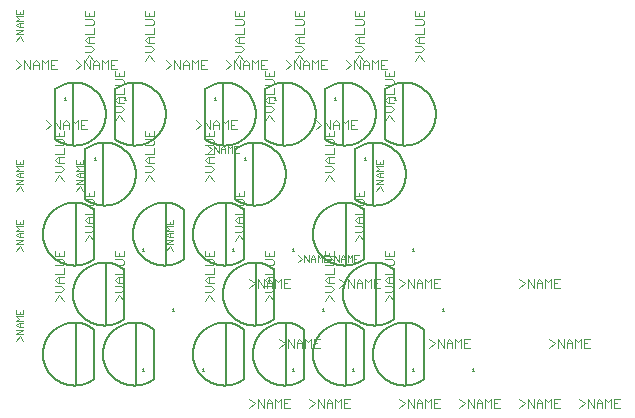
<source format=gto>
G75*
%MOIN*%
%OFA0B0*%
%FSLAX25Y25*%
%IPPOS*%
%LPD*%
%AMOC8*
5,1,8,0,0,1.08239X$1,22.5*
%
%ADD10C,0.00200*%
%ADD11C,0.00300*%
%ADD12C,0.00500*%
%ADD13C,0.00100*%
D10*
X0030267Y0032202D02*
X0031368Y0033670D01*
X0032469Y0032202D01*
X0032469Y0034412D02*
X0030267Y0034412D01*
X0032469Y0035880D01*
X0030267Y0035880D01*
X0031001Y0036622D02*
X0030267Y0037356D01*
X0031001Y0038090D01*
X0032469Y0038090D01*
X0032469Y0038832D02*
X0030267Y0038832D01*
X0031001Y0039565D01*
X0030267Y0040299D01*
X0032469Y0040299D01*
X0032469Y0041041D02*
X0030267Y0041041D01*
X0030267Y0042509D01*
X0031368Y0041775D02*
X0031368Y0041041D01*
X0032469Y0041041D02*
X0032469Y0042509D01*
X0031368Y0038090D02*
X0031368Y0036622D01*
X0031001Y0036622D02*
X0032469Y0036622D01*
X0032469Y0062202D02*
X0031368Y0063670D01*
X0030267Y0062202D01*
X0030267Y0064412D02*
X0032469Y0065880D01*
X0030267Y0065880D01*
X0031001Y0066622D02*
X0030267Y0067356D01*
X0031001Y0068090D01*
X0032469Y0068090D01*
X0032469Y0068832D02*
X0030267Y0068832D01*
X0031001Y0069565D01*
X0030267Y0070299D01*
X0032469Y0070299D01*
X0032469Y0071041D02*
X0030267Y0071041D01*
X0030267Y0072509D01*
X0031368Y0071775D02*
X0031368Y0071041D01*
X0032469Y0071041D02*
X0032469Y0072509D01*
X0031368Y0068090D02*
X0031368Y0066622D01*
X0031001Y0066622D02*
X0032469Y0066622D01*
X0032469Y0064412D02*
X0030267Y0064412D01*
X0030267Y0082202D02*
X0031368Y0083670D01*
X0032469Y0082202D01*
X0032469Y0084412D02*
X0030267Y0084412D01*
X0032469Y0085880D01*
X0030267Y0085880D01*
X0031001Y0086622D02*
X0030267Y0087356D01*
X0031001Y0088090D01*
X0032469Y0088090D01*
X0032469Y0088832D02*
X0030267Y0088832D01*
X0031001Y0089565D01*
X0030267Y0090299D01*
X0032469Y0090299D01*
X0032469Y0091041D02*
X0030267Y0091041D01*
X0030267Y0092509D01*
X0031368Y0091775D02*
X0031368Y0091041D01*
X0032469Y0091041D02*
X0032469Y0092509D01*
X0031368Y0088090D02*
X0031368Y0086622D01*
X0031001Y0086622D02*
X0032469Y0086622D01*
X0050267Y0087356D02*
X0051001Y0086622D01*
X0052469Y0086622D01*
X0052469Y0085880D02*
X0050267Y0085880D01*
X0051368Y0086622D02*
X0051368Y0088090D01*
X0051001Y0088090D02*
X0052469Y0088090D01*
X0052469Y0088832D02*
X0050267Y0088832D01*
X0051001Y0089565D01*
X0050267Y0090299D01*
X0052469Y0090299D01*
X0052469Y0091041D02*
X0050267Y0091041D01*
X0050267Y0092509D01*
X0051368Y0091775D02*
X0051368Y0091041D01*
X0052469Y0091041D02*
X0052469Y0092509D01*
X0051001Y0088090D02*
X0050267Y0087356D01*
X0052469Y0085880D02*
X0050267Y0084412D01*
X0052469Y0084412D01*
X0051368Y0083670D02*
X0052469Y0082202D01*
X0051368Y0083670D02*
X0050267Y0082202D01*
X0080267Y0072509D02*
X0080267Y0071041D01*
X0082469Y0071041D01*
X0082469Y0072509D01*
X0081368Y0071775D02*
X0081368Y0071041D01*
X0080267Y0070299D02*
X0082469Y0070299D01*
X0082469Y0068832D02*
X0080267Y0068832D01*
X0081001Y0069565D01*
X0080267Y0070299D01*
X0081001Y0068090D02*
X0082469Y0068090D01*
X0081368Y0068090D02*
X0081368Y0066622D01*
X0081001Y0066622D02*
X0080267Y0067356D01*
X0081001Y0068090D01*
X0081001Y0066622D02*
X0082469Y0066622D01*
X0082469Y0065880D02*
X0080267Y0065880D01*
X0080267Y0064412D02*
X0082469Y0065880D01*
X0082469Y0064412D02*
X0080267Y0064412D01*
X0081368Y0063670D02*
X0082469Y0062202D01*
X0081368Y0063670D02*
X0080267Y0062202D01*
X0124053Y0060620D02*
X0125521Y0059519D01*
X0124053Y0058418D01*
X0126263Y0058418D02*
X0126263Y0060620D01*
X0127730Y0058418D01*
X0127730Y0060620D01*
X0128472Y0059886D02*
X0129206Y0060620D01*
X0129940Y0059886D01*
X0129940Y0058418D01*
X0130682Y0058418D02*
X0130682Y0060620D01*
X0131416Y0059886D01*
X0132150Y0060620D01*
X0132150Y0058418D01*
X0132892Y0058418D02*
X0134360Y0058418D01*
X0134053Y0058418D02*
X0135521Y0059519D01*
X0134053Y0060620D01*
X0134360Y0060620D02*
X0132892Y0060620D01*
X0132892Y0058418D01*
X0132892Y0059519D02*
X0133626Y0059519D01*
X0129940Y0059519D02*
X0128472Y0059519D01*
X0128472Y0059886D02*
X0128472Y0058418D01*
X0136263Y0058418D02*
X0136263Y0060620D01*
X0137730Y0058418D01*
X0137730Y0060620D01*
X0138472Y0059886D02*
X0138472Y0058418D01*
X0138472Y0059519D02*
X0139940Y0059519D01*
X0139940Y0059886D02*
X0139940Y0058418D01*
X0140682Y0058418D02*
X0140682Y0060620D01*
X0141416Y0059886D01*
X0142150Y0060620D01*
X0142150Y0058418D01*
X0142892Y0058418D02*
X0142892Y0060620D01*
X0144360Y0060620D01*
X0143626Y0059519D02*
X0142892Y0059519D01*
X0142892Y0058418D02*
X0144360Y0058418D01*
X0139940Y0059886D02*
X0139206Y0060620D01*
X0138472Y0059886D01*
X0150267Y0082202D02*
X0151368Y0083670D01*
X0152469Y0082202D01*
X0152469Y0084412D02*
X0150267Y0084412D01*
X0152469Y0085880D01*
X0150267Y0085880D01*
X0151001Y0086622D02*
X0150267Y0087356D01*
X0151001Y0088090D01*
X0152469Y0088090D01*
X0152469Y0088832D02*
X0150267Y0088832D01*
X0151001Y0089565D01*
X0150267Y0090299D01*
X0152469Y0090299D01*
X0152469Y0091041D02*
X0150267Y0091041D01*
X0150267Y0092509D01*
X0151368Y0091775D02*
X0151368Y0091041D01*
X0152469Y0091041D02*
X0152469Y0092509D01*
X0151368Y0088090D02*
X0151368Y0086622D01*
X0151001Y0086622D02*
X0152469Y0086622D01*
X0104360Y0094858D02*
X0102892Y0094858D01*
X0102892Y0097060D01*
X0104360Y0097060D01*
X0103626Y0095959D02*
X0102892Y0095959D01*
X0102150Y0097060D02*
X0102150Y0094858D01*
X0100682Y0094858D02*
X0100682Y0097060D01*
X0101416Y0096326D01*
X0102150Y0097060D01*
X0099940Y0096326D02*
X0099940Y0094858D01*
X0099940Y0095959D02*
X0098472Y0095959D01*
X0098472Y0096326D02*
X0098472Y0094858D01*
X0097730Y0094858D02*
X0097730Y0097060D01*
X0098472Y0096326D02*
X0099206Y0097060D01*
X0099940Y0096326D01*
X0097730Y0094858D02*
X0096263Y0097060D01*
X0096263Y0094858D01*
X0095521Y0095959D02*
X0094053Y0094858D01*
X0095521Y0095959D02*
X0094053Y0097060D01*
X0032469Y0132202D02*
X0031368Y0133670D01*
X0030267Y0132202D01*
X0030267Y0134412D02*
X0032469Y0135880D01*
X0030267Y0135880D01*
X0031001Y0136622D02*
X0030267Y0137356D01*
X0031001Y0138090D01*
X0032469Y0138090D01*
X0032469Y0138832D02*
X0030267Y0138832D01*
X0031001Y0139565D01*
X0030267Y0140299D01*
X0032469Y0140299D01*
X0032469Y0141041D02*
X0032469Y0142509D01*
X0031368Y0141775D02*
X0031368Y0141041D01*
X0030267Y0141041D02*
X0032469Y0141041D01*
X0030267Y0141041D02*
X0030267Y0142509D01*
X0031368Y0138090D02*
X0031368Y0136622D01*
X0031001Y0136622D02*
X0032469Y0136622D01*
X0032469Y0134412D02*
X0030267Y0134412D01*
D11*
X0030006Y0125590D02*
X0031941Y0124139D01*
X0030006Y0122688D01*
X0032952Y0122688D02*
X0032952Y0125590D01*
X0034887Y0122688D01*
X0034887Y0125590D01*
X0035899Y0124623D02*
X0036866Y0125590D01*
X0037834Y0124623D01*
X0037834Y0122688D01*
X0038845Y0122688D02*
X0038845Y0125590D01*
X0039813Y0124623D01*
X0040780Y0125590D01*
X0040780Y0122688D01*
X0041792Y0122688D02*
X0043727Y0122688D01*
X0042759Y0124139D02*
X0041792Y0124139D01*
X0041792Y0125590D02*
X0041792Y0122688D01*
X0037834Y0124139D02*
X0035899Y0124139D01*
X0035899Y0124623D02*
X0035899Y0122688D01*
X0041792Y0125590D02*
X0043727Y0125590D01*
X0050006Y0125590D02*
X0051941Y0124139D01*
X0050006Y0122688D01*
X0052952Y0122688D02*
X0052952Y0125590D01*
X0054887Y0122688D01*
X0054887Y0125590D01*
X0056039Y0125567D02*
X0054587Y0127502D01*
X0053136Y0125567D01*
X0055899Y0124623D02*
X0056866Y0125590D01*
X0057834Y0124623D01*
X0057834Y0122688D01*
X0058845Y0122688D02*
X0058845Y0125590D01*
X0059813Y0124623D01*
X0060780Y0125590D01*
X0060780Y0122688D01*
X0061792Y0122688D02*
X0063727Y0122688D01*
X0063136Y0122234D02*
X0063136Y0120299D01*
X0066039Y0120299D01*
X0066039Y0122234D01*
X0064587Y0121267D02*
X0064587Y0120299D01*
X0065555Y0119288D02*
X0063136Y0119288D01*
X0065555Y0119288D02*
X0066039Y0118804D01*
X0066039Y0117837D01*
X0065555Y0117353D01*
X0063136Y0117353D01*
X0066039Y0116341D02*
X0066039Y0114406D01*
X0063136Y0114406D01*
X0064104Y0113395D02*
X0066039Y0113395D01*
X0064587Y0113395D02*
X0064587Y0111460D01*
X0064104Y0111460D02*
X0063136Y0112427D01*
X0064104Y0113395D01*
X0064104Y0111460D02*
X0066039Y0111460D01*
X0065071Y0110448D02*
X0063136Y0110448D01*
X0063136Y0108513D02*
X0065071Y0108513D01*
X0066039Y0109481D01*
X0065071Y0110448D01*
X0064587Y0107502D02*
X0066039Y0105567D01*
X0064587Y0107502D02*
X0063136Y0105567D01*
X0073136Y0102234D02*
X0073136Y0100299D01*
X0076039Y0100299D01*
X0076039Y0102234D01*
X0074587Y0101267D02*
X0074587Y0100299D01*
X0075555Y0099288D02*
X0073136Y0099288D01*
X0073136Y0097353D02*
X0075555Y0097353D01*
X0076039Y0097837D01*
X0076039Y0098804D01*
X0075555Y0099288D01*
X0076039Y0096341D02*
X0076039Y0094406D01*
X0073136Y0094406D01*
X0074104Y0093395D02*
X0073136Y0092427D01*
X0074104Y0091460D01*
X0076039Y0091460D01*
X0075071Y0090448D02*
X0073136Y0090448D01*
X0074587Y0091460D02*
X0074587Y0093395D01*
X0074104Y0093395D02*
X0076039Y0093395D01*
X0075071Y0090448D02*
X0076039Y0089481D01*
X0075071Y0088513D01*
X0073136Y0088513D01*
X0074587Y0087502D02*
X0076039Y0085567D01*
X0074587Y0087502D02*
X0073136Y0085567D01*
X0056039Y0082234D02*
X0056039Y0080299D01*
X0053136Y0080299D01*
X0053136Y0082234D01*
X0054587Y0081267D02*
X0054587Y0080299D01*
X0055555Y0079288D02*
X0053136Y0079288D01*
X0053136Y0077353D02*
X0055555Y0077353D01*
X0056039Y0077837D01*
X0056039Y0078804D01*
X0055555Y0079288D01*
X0056039Y0076341D02*
X0056039Y0074406D01*
X0053136Y0074406D01*
X0054104Y0073395D02*
X0056039Y0073395D01*
X0054587Y0073395D02*
X0054587Y0071460D01*
X0054104Y0071460D02*
X0056039Y0071460D01*
X0055071Y0070448D02*
X0053136Y0070448D01*
X0054104Y0071460D02*
X0053136Y0072427D01*
X0054104Y0073395D01*
X0055071Y0070448D02*
X0056039Y0069481D01*
X0055071Y0068513D01*
X0053136Y0068513D01*
X0054587Y0067502D02*
X0056039Y0065567D01*
X0054587Y0067502D02*
X0053136Y0065567D01*
X0046039Y0062234D02*
X0046039Y0060299D01*
X0043136Y0060299D01*
X0043136Y0062234D01*
X0044587Y0061267D02*
X0044587Y0060299D01*
X0045555Y0059288D02*
X0043136Y0059288D01*
X0043136Y0057353D02*
X0045555Y0057353D01*
X0046039Y0057837D01*
X0046039Y0058804D01*
X0045555Y0059288D01*
X0046039Y0056341D02*
X0046039Y0054406D01*
X0043136Y0054406D01*
X0044104Y0053395D02*
X0046039Y0053395D01*
X0044587Y0053395D02*
X0044587Y0051460D01*
X0044104Y0051460D02*
X0043136Y0052427D01*
X0044104Y0053395D01*
X0044104Y0051460D02*
X0046039Y0051460D01*
X0045071Y0050448D02*
X0046039Y0049481D01*
X0045071Y0048513D01*
X0043136Y0048513D01*
X0044587Y0047502D02*
X0046039Y0045567D01*
X0044587Y0047502D02*
X0043136Y0045567D01*
X0043136Y0050448D02*
X0045071Y0050448D01*
X0063136Y0050448D02*
X0065071Y0050448D01*
X0066039Y0049481D01*
X0065071Y0048513D01*
X0063136Y0048513D01*
X0064587Y0047502D02*
X0066039Y0045567D01*
X0064587Y0047502D02*
X0063136Y0045567D01*
X0064104Y0051460D02*
X0063136Y0052427D01*
X0064104Y0053395D01*
X0066039Y0053395D01*
X0066039Y0054406D02*
X0063136Y0054406D01*
X0064587Y0053395D02*
X0064587Y0051460D01*
X0064104Y0051460D02*
X0066039Y0051460D01*
X0066039Y0054406D02*
X0066039Y0056341D01*
X0065555Y0057353D02*
X0063136Y0057353D01*
X0063136Y0059288D02*
X0065555Y0059288D01*
X0066039Y0058804D01*
X0066039Y0057837D01*
X0065555Y0057353D01*
X0066039Y0060299D02*
X0063136Y0060299D01*
X0063136Y0062234D01*
X0064587Y0061267D02*
X0064587Y0060299D01*
X0066039Y0060299D02*
X0066039Y0062234D01*
X0093136Y0062234D02*
X0093136Y0060299D01*
X0096039Y0060299D01*
X0096039Y0062234D01*
X0094587Y0061267D02*
X0094587Y0060299D01*
X0095555Y0059288D02*
X0093136Y0059288D01*
X0093136Y0057353D02*
X0095555Y0057353D01*
X0096039Y0057837D01*
X0096039Y0058804D01*
X0095555Y0059288D01*
X0096039Y0056341D02*
X0096039Y0054406D01*
X0093136Y0054406D01*
X0094104Y0053395D02*
X0096039Y0053395D01*
X0094587Y0053395D02*
X0094587Y0051460D01*
X0094104Y0051460D02*
X0096039Y0051460D01*
X0095071Y0050448D02*
X0093136Y0050448D01*
X0094104Y0051460D02*
X0093136Y0052427D01*
X0094104Y0053395D01*
X0095071Y0050448D02*
X0096039Y0049481D01*
X0095071Y0048513D01*
X0093136Y0048513D01*
X0094587Y0047502D02*
X0096039Y0045567D01*
X0094587Y0047502D02*
X0093136Y0045567D01*
X0107776Y0049888D02*
X0109711Y0051339D01*
X0107776Y0052790D01*
X0110722Y0052790D02*
X0112657Y0049888D01*
X0112657Y0052790D01*
X0113136Y0052427D02*
X0114104Y0051460D01*
X0116039Y0051460D01*
X0115604Y0051339D02*
X0113669Y0051339D01*
X0113669Y0051823D02*
X0113669Y0049888D01*
X0113136Y0050448D02*
X0115071Y0050448D01*
X0116039Y0049481D01*
X0115071Y0048513D01*
X0113136Y0048513D01*
X0114587Y0047502D02*
X0116039Y0045567D01*
X0114587Y0047502D02*
X0113136Y0045567D01*
X0110722Y0049888D02*
X0110722Y0052790D01*
X0113136Y0052427D02*
X0114104Y0053395D01*
X0116039Y0053395D01*
X0116615Y0052790D02*
X0117583Y0051823D01*
X0118550Y0052790D01*
X0118550Y0049888D01*
X0119562Y0049888D02*
X0121497Y0049888D01*
X0120529Y0051339D02*
X0119562Y0051339D01*
X0119562Y0052790D02*
X0119562Y0049888D01*
X0119562Y0052790D02*
X0121497Y0052790D01*
X0116615Y0052790D02*
X0116615Y0049888D01*
X0115604Y0049888D02*
X0115604Y0051823D01*
X0114636Y0052790D01*
X0113669Y0051823D01*
X0114587Y0051460D02*
X0114587Y0053395D01*
X0113136Y0054406D02*
X0116039Y0054406D01*
X0116039Y0056341D01*
X0115555Y0057353D02*
X0113136Y0057353D01*
X0113136Y0059288D02*
X0115555Y0059288D01*
X0116039Y0058804D01*
X0116039Y0057837D01*
X0115555Y0057353D01*
X0116039Y0060299D02*
X0113136Y0060299D01*
X0113136Y0062234D01*
X0114587Y0061267D02*
X0114587Y0060299D01*
X0116039Y0060299D02*
X0116039Y0062234D01*
X0106039Y0065567D02*
X0104587Y0067502D01*
X0103136Y0065567D01*
X0103136Y0068513D02*
X0105071Y0068513D01*
X0106039Y0069481D01*
X0105071Y0070448D01*
X0103136Y0070448D01*
X0104104Y0071460D02*
X0103136Y0072427D01*
X0104104Y0073395D01*
X0106039Y0073395D01*
X0106039Y0074406D02*
X0106039Y0076341D01*
X0105555Y0077353D02*
X0103136Y0077353D01*
X0103136Y0079288D02*
X0105555Y0079288D01*
X0106039Y0078804D01*
X0106039Y0077837D01*
X0105555Y0077353D01*
X0106039Y0080299D02*
X0103136Y0080299D01*
X0103136Y0082234D01*
X0104587Y0081267D02*
X0104587Y0080299D01*
X0106039Y0080299D02*
X0106039Y0082234D01*
X0096039Y0085567D02*
X0094587Y0087502D01*
X0093136Y0085567D01*
X0093136Y0088513D02*
X0095071Y0088513D01*
X0096039Y0089481D01*
X0095071Y0090448D01*
X0093136Y0090448D01*
X0094104Y0091460D02*
X0093136Y0092427D01*
X0094104Y0093395D01*
X0096039Y0093395D01*
X0096039Y0094406D02*
X0093136Y0094406D01*
X0094587Y0093395D02*
X0094587Y0091460D01*
X0094104Y0091460D02*
X0096039Y0091460D01*
X0096039Y0094406D02*
X0096039Y0096341D01*
X0095555Y0097353D02*
X0096039Y0097837D01*
X0096039Y0098804D01*
X0095555Y0099288D01*
X0093136Y0099288D01*
X0093136Y0100299D02*
X0096039Y0100299D01*
X0096039Y0102234D01*
X0095899Y0102688D02*
X0095899Y0104623D01*
X0096866Y0105590D01*
X0097834Y0104623D01*
X0097834Y0102688D01*
X0098845Y0102688D02*
X0098845Y0105590D01*
X0099813Y0104623D01*
X0100780Y0105590D01*
X0100780Y0102688D01*
X0101792Y0102688D02*
X0103727Y0102688D01*
X0102759Y0104139D02*
X0101792Y0104139D01*
X0101792Y0105590D02*
X0101792Y0102688D01*
X0101792Y0105590D02*
X0103727Y0105590D01*
X0097834Y0104139D02*
X0095899Y0104139D01*
X0094887Y0102688D02*
X0094887Y0105590D01*
X0092952Y0105590D02*
X0094887Y0102688D01*
X0094587Y0101267D02*
X0094587Y0100299D01*
X0093136Y0100299D02*
X0093136Y0102234D01*
X0092952Y0102688D02*
X0092952Y0105590D01*
X0091941Y0104139D02*
X0090006Y0102688D01*
X0091941Y0104139D02*
X0090006Y0105590D01*
X0093136Y0097353D02*
X0095555Y0097353D01*
X0113136Y0105567D02*
X0114587Y0107502D01*
X0116039Y0105567D01*
X0115071Y0108513D02*
X0113136Y0108513D01*
X0115071Y0108513D02*
X0116039Y0109481D01*
X0115071Y0110448D01*
X0113136Y0110448D01*
X0114104Y0111460D02*
X0113136Y0112427D01*
X0114104Y0113395D01*
X0116039Y0113395D01*
X0116039Y0114406D02*
X0113136Y0114406D01*
X0114587Y0113395D02*
X0114587Y0111460D01*
X0114104Y0111460D02*
X0116039Y0111460D01*
X0116039Y0114406D02*
X0116039Y0116341D01*
X0115555Y0117353D02*
X0113136Y0117353D01*
X0115555Y0117353D02*
X0116039Y0117837D01*
X0116039Y0118804D01*
X0115555Y0119288D01*
X0113136Y0119288D01*
X0113136Y0120299D02*
X0116039Y0120299D01*
X0116039Y0122234D01*
X0114587Y0121267D02*
X0114587Y0120299D01*
X0113136Y0120299D02*
X0113136Y0122234D01*
X0113727Y0122688D02*
X0111792Y0122688D01*
X0111792Y0125590D01*
X0113727Y0125590D01*
X0112759Y0124139D02*
X0111792Y0124139D01*
X0110780Y0125590D02*
X0110780Y0122688D01*
X0108845Y0122688D02*
X0108845Y0125590D01*
X0109813Y0124623D01*
X0110780Y0125590D01*
X0107834Y0124623D02*
X0107834Y0122688D01*
X0107834Y0124139D02*
X0105899Y0124139D01*
X0105899Y0124623D02*
X0106866Y0125590D01*
X0107834Y0124623D01*
X0105899Y0124623D02*
X0105899Y0122688D01*
X0104887Y0122688D02*
X0104887Y0125590D01*
X0106039Y0125567D02*
X0104587Y0127502D01*
X0103136Y0125567D01*
X0102952Y0125590D02*
X0104887Y0122688D01*
X0102952Y0122688D02*
X0102952Y0125590D01*
X0101941Y0124139D02*
X0100006Y0122688D01*
X0101941Y0124139D02*
X0100006Y0125590D01*
X0103136Y0128513D02*
X0105071Y0128513D01*
X0106039Y0129481D01*
X0105071Y0130448D01*
X0103136Y0130448D01*
X0104104Y0131460D02*
X0103136Y0132427D01*
X0104104Y0133395D01*
X0106039Y0133395D01*
X0106039Y0134406D02*
X0103136Y0134406D01*
X0104587Y0133395D02*
X0104587Y0131460D01*
X0104104Y0131460D02*
X0106039Y0131460D01*
X0106039Y0134406D02*
X0106039Y0136341D01*
X0105555Y0137353D02*
X0106039Y0137837D01*
X0106039Y0138804D01*
X0105555Y0139288D01*
X0103136Y0139288D01*
X0103136Y0140299D02*
X0106039Y0140299D01*
X0106039Y0142234D01*
X0104587Y0141267D02*
X0104587Y0140299D01*
X0103136Y0140299D02*
X0103136Y0142234D01*
X0103136Y0137353D02*
X0105555Y0137353D01*
X0093727Y0125590D02*
X0091792Y0125590D01*
X0091792Y0122688D01*
X0093727Y0122688D01*
X0092759Y0124139D02*
X0091792Y0124139D01*
X0090780Y0125590D02*
X0090780Y0122688D01*
X0088845Y0122688D02*
X0088845Y0125590D01*
X0089813Y0124623D01*
X0090780Y0125590D01*
X0087834Y0124623D02*
X0087834Y0122688D01*
X0087834Y0124139D02*
X0085899Y0124139D01*
X0085899Y0124623D02*
X0086866Y0125590D01*
X0087834Y0124623D01*
X0085899Y0124623D02*
X0085899Y0122688D01*
X0084887Y0122688D02*
X0084887Y0125590D01*
X0082952Y0125590D02*
X0084887Y0122688D01*
X0082952Y0122688D02*
X0082952Y0125590D01*
X0081941Y0124139D02*
X0080006Y0122688D01*
X0081941Y0124139D02*
X0080006Y0125590D01*
X0076039Y0125567D02*
X0074587Y0127502D01*
X0073136Y0125567D01*
X0073136Y0128513D02*
X0075071Y0128513D01*
X0076039Y0129481D01*
X0075071Y0130448D01*
X0073136Y0130448D01*
X0074104Y0131460D02*
X0073136Y0132427D01*
X0074104Y0133395D01*
X0076039Y0133395D01*
X0076039Y0134406D02*
X0076039Y0136341D01*
X0075555Y0137353D02*
X0076039Y0137837D01*
X0076039Y0138804D01*
X0075555Y0139288D01*
X0073136Y0139288D01*
X0073136Y0140299D02*
X0076039Y0140299D01*
X0076039Y0142234D01*
X0074587Y0141267D02*
X0074587Y0140299D01*
X0073136Y0140299D02*
X0073136Y0142234D01*
X0073136Y0137353D02*
X0075555Y0137353D01*
X0076039Y0134406D02*
X0073136Y0134406D01*
X0074587Y0133395D02*
X0074587Y0131460D01*
X0074104Y0131460D02*
X0076039Y0131460D01*
X0063727Y0125590D02*
X0061792Y0125590D01*
X0061792Y0122688D01*
X0061792Y0124139D02*
X0062759Y0124139D01*
X0057834Y0124139D02*
X0055899Y0124139D01*
X0055899Y0124623D02*
X0055899Y0122688D01*
X0055071Y0128513D02*
X0053136Y0128513D01*
X0055071Y0128513D02*
X0056039Y0129481D01*
X0055071Y0130448D01*
X0053136Y0130448D01*
X0054104Y0131460D02*
X0053136Y0132427D01*
X0054104Y0133395D01*
X0056039Y0133395D01*
X0056039Y0134406D02*
X0053136Y0134406D01*
X0054587Y0133395D02*
X0054587Y0131460D01*
X0054104Y0131460D02*
X0056039Y0131460D01*
X0056039Y0134406D02*
X0056039Y0136341D01*
X0055555Y0137353D02*
X0056039Y0137837D01*
X0056039Y0138804D01*
X0055555Y0139288D01*
X0053136Y0139288D01*
X0053136Y0140299D02*
X0056039Y0140299D01*
X0056039Y0142234D01*
X0054587Y0141267D02*
X0054587Y0140299D01*
X0053136Y0140299D02*
X0053136Y0142234D01*
X0053136Y0137353D02*
X0055555Y0137353D01*
X0053727Y0105590D02*
X0051792Y0105590D01*
X0051792Y0102688D01*
X0053727Y0102688D01*
X0052759Y0104139D02*
X0051792Y0104139D01*
X0050780Y0105590D02*
X0049813Y0104623D01*
X0048845Y0105590D01*
X0048845Y0102688D01*
X0047834Y0102688D02*
X0047834Y0104623D01*
X0046866Y0105590D01*
X0045899Y0104623D01*
X0045899Y0102688D01*
X0046039Y0102234D02*
X0046039Y0100299D01*
X0043136Y0100299D01*
X0043136Y0102234D01*
X0042952Y0102688D02*
X0042952Y0105590D01*
X0044887Y0102688D01*
X0044887Y0105590D01*
X0045899Y0104139D02*
X0047834Y0104139D01*
X0050780Y0105590D02*
X0050780Y0102688D01*
X0046039Y0098804D02*
X0045555Y0099288D01*
X0043136Y0099288D01*
X0044587Y0100299D02*
X0044587Y0101267D01*
X0046039Y0098804D02*
X0046039Y0097837D01*
X0045555Y0097353D01*
X0043136Y0097353D01*
X0043136Y0094406D02*
X0046039Y0094406D01*
X0046039Y0096341D01*
X0046039Y0093395D02*
X0044104Y0093395D01*
X0043136Y0092427D01*
X0044104Y0091460D01*
X0046039Y0091460D01*
X0045071Y0090448D02*
X0043136Y0090448D01*
X0044587Y0091460D02*
X0044587Y0093395D01*
X0045071Y0090448D02*
X0046039Y0089481D01*
X0045071Y0088513D01*
X0043136Y0088513D01*
X0044587Y0087502D02*
X0046039Y0085567D01*
X0044587Y0087502D02*
X0043136Y0085567D01*
X0040006Y0102688D02*
X0041941Y0104139D01*
X0040006Y0105590D01*
X0103136Y0074406D02*
X0106039Y0074406D01*
X0104587Y0073395D02*
X0104587Y0071460D01*
X0104104Y0071460D02*
X0106039Y0071460D01*
X0133136Y0062234D02*
X0133136Y0060299D01*
X0136039Y0060299D01*
X0136039Y0062234D01*
X0134587Y0061267D02*
X0134587Y0060299D01*
X0135555Y0059288D02*
X0133136Y0059288D01*
X0133136Y0057353D02*
X0135555Y0057353D01*
X0136039Y0057837D01*
X0136039Y0058804D01*
X0135555Y0059288D01*
X0136039Y0056341D02*
X0136039Y0054406D01*
X0133136Y0054406D01*
X0134104Y0053395D02*
X0136039Y0053395D01*
X0134587Y0053395D02*
X0134587Y0051460D01*
X0134104Y0051460D02*
X0133136Y0052427D01*
X0134104Y0053395D01*
X0137776Y0052790D02*
X0139711Y0051339D01*
X0137776Y0049888D01*
X0136039Y0049481D02*
X0135071Y0050448D01*
X0133136Y0050448D01*
X0134104Y0051460D02*
X0136039Y0051460D01*
X0136039Y0049481D02*
X0135071Y0048513D01*
X0133136Y0048513D01*
X0134587Y0047502D02*
X0136039Y0045567D01*
X0134587Y0047502D02*
X0133136Y0045567D01*
X0140722Y0049888D02*
X0140722Y0052790D01*
X0142657Y0049888D01*
X0142657Y0052790D01*
X0143669Y0051823D02*
X0144636Y0052790D01*
X0145604Y0051823D01*
X0145604Y0049888D01*
X0146615Y0049888D02*
X0146615Y0052790D01*
X0147583Y0051823D01*
X0148550Y0052790D01*
X0148550Y0049888D01*
X0149562Y0049888D02*
X0151497Y0049888D01*
X0153136Y0050448D02*
X0155071Y0050448D01*
X0156039Y0049481D01*
X0155071Y0048513D01*
X0153136Y0048513D01*
X0154587Y0047502D02*
X0156039Y0045567D01*
X0154587Y0047502D02*
X0153136Y0045567D01*
X0149562Y0049888D02*
X0149562Y0052790D01*
X0151497Y0052790D01*
X0153136Y0052427D02*
X0154104Y0051460D01*
X0156039Y0051460D01*
X0154587Y0051460D02*
X0154587Y0053395D01*
X0154104Y0053395D02*
X0156039Y0053395D01*
X0156039Y0054406D02*
X0153136Y0054406D01*
X0154104Y0053395D02*
X0153136Y0052427D01*
X0150529Y0051339D02*
X0149562Y0051339D01*
X0145604Y0051339D02*
X0143669Y0051339D01*
X0143669Y0051823D02*
X0143669Y0049888D01*
X0153136Y0057353D02*
X0155555Y0057353D01*
X0156039Y0057837D01*
X0156039Y0058804D01*
X0155555Y0059288D01*
X0153136Y0059288D01*
X0153136Y0060299D02*
X0156039Y0060299D01*
X0156039Y0062234D01*
X0154587Y0061267D02*
X0154587Y0060299D01*
X0153136Y0060299D02*
X0153136Y0062234D01*
X0156039Y0056341D02*
X0156039Y0054406D01*
X0157776Y0052790D02*
X0159711Y0051339D01*
X0157776Y0049888D01*
X0160722Y0049888D02*
X0160722Y0052790D01*
X0162657Y0049888D01*
X0162657Y0052790D01*
X0163669Y0051823D02*
X0164636Y0052790D01*
X0165604Y0051823D01*
X0165604Y0049888D01*
X0166615Y0049888D02*
X0166615Y0052790D01*
X0167583Y0051823D01*
X0168550Y0052790D01*
X0168550Y0049888D01*
X0169562Y0049888D02*
X0171497Y0049888D01*
X0170529Y0051339D02*
X0169562Y0051339D01*
X0169562Y0052790D02*
X0169562Y0049888D01*
X0169562Y0052790D02*
X0171497Y0052790D01*
X0165604Y0051339D02*
X0163669Y0051339D01*
X0163669Y0051823D02*
X0163669Y0049888D01*
X0167776Y0032790D02*
X0169711Y0031339D01*
X0167776Y0029888D01*
X0170722Y0029888D02*
X0170722Y0032790D01*
X0172657Y0029888D01*
X0172657Y0032790D01*
X0173669Y0031823D02*
X0174636Y0032790D01*
X0175604Y0031823D01*
X0175604Y0029888D01*
X0176615Y0029888D02*
X0176615Y0032790D01*
X0177583Y0031823D01*
X0178550Y0032790D01*
X0178550Y0029888D01*
X0179562Y0029888D02*
X0181497Y0029888D01*
X0180529Y0031339D02*
X0179562Y0031339D01*
X0179562Y0032790D02*
X0179562Y0029888D01*
X0179562Y0032790D02*
X0181497Y0032790D01*
X0175604Y0031339D02*
X0173669Y0031339D01*
X0173669Y0031823D02*
X0173669Y0029888D01*
X0171497Y0012790D02*
X0169562Y0012790D01*
X0169562Y0009888D01*
X0171497Y0009888D01*
X0170529Y0011339D02*
X0169562Y0011339D01*
X0168550Y0012790D02*
X0168550Y0009888D01*
X0166615Y0009888D02*
X0166615Y0012790D01*
X0167583Y0011823D01*
X0168550Y0012790D01*
X0165604Y0011823D02*
X0165604Y0009888D01*
X0165604Y0011339D02*
X0163669Y0011339D01*
X0163669Y0011823D02*
X0164636Y0012790D01*
X0165604Y0011823D01*
X0163669Y0011823D02*
X0163669Y0009888D01*
X0162657Y0009888D02*
X0162657Y0012790D01*
X0160722Y0012790D02*
X0162657Y0009888D01*
X0160722Y0009888D02*
X0160722Y0012790D01*
X0159711Y0011339D02*
X0157776Y0009888D01*
X0159711Y0011339D02*
X0157776Y0012790D01*
X0141497Y0012790D02*
X0139562Y0012790D01*
X0139562Y0009888D01*
X0141497Y0009888D01*
X0140529Y0011339D02*
X0139562Y0011339D01*
X0138550Y0012790D02*
X0138550Y0009888D01*
X0136615Y0009888D02*
X0136615Y0012790D01*
X0137583Y0011823D01*
X0138550Y0012790D01*
X0135604Y0011823D02*
X0135604Y0009888D01*
X0135604Y0011339D02*
X0133669Y0011339D01*
X0133669Y0011823D02*
X0134636Y0012790D01*
X0135604Y0011823D01*
X0133669Y0011823D02*
X0133669Y0009888D01*
X0132657Y0009888D02*
X0132657Y0012790D01*
X0130722Y0012790D02*
X0132657Y0009888D01*
X0130722Y0009888D02*
X0130722Y0012790D01*
X0129711Y0011339D02*
X0127776Y0009888D01*
X0129711Y0011339D02*
X0127776Y0012790D01*
X0121497Y0012790D02*
X0119562Y0012790D01*
X0119562Y0009888D01*
X0121497Y0009888D01*
X0120529Y0011339D02*
X0119562Y0011339D01*
X0118550Y0012790D02*
X0118550Y0009888D01*
X0116615Y0009888D02*
X0116615Y0012790D01*
X0117583Y0011823D01*
X0118550Y0012790D01*
X0115604Y0011823D02*
X0115604Y0009888D01*
X0115604Y0011339D02*
X0113669Y0011339D01*
X0113669Y0011823D02*
X0114636Y0012790D01*
X0115604Y0011823D01*
X0113669Y0011823D02*
X0113669Y0009888D01*
X0112657Y0009888D02*
X0112657Y0012790D01*
X0110722Y0012790D02*
X0112657Y0009888D01*
X0110722Y0009888D02*
X0110722Y0012790D01*
X0109711Y0011339D02*
X0107776Y0009888D01*
X0109711Y0011339D02*
X0107776Y0012790D01*
X0117776Y0029888D02*
X0119711Y0031339D01*
X0117776Y0032790D01*
X0120722Y0032790D02*
X0122657Y0029888D01*
X0122657Y0032790D01*
X0123669Y0031823D02*
X0124636Y0032790D01*
X0125604Y0031823D01*
X0125604Y0029888D01*
X0126615Y0029888D02*
X0126615Y0032790D01*
X0127583Y0031823D01*
X0128550Y0032790D01*
X0128550Y0029888D01*
X0129562Y0029888D02*
X0131497Y0029888D01*
X0130529Y0031339D02*
X0129562Y0031339D01*
X0129562Y0032790D02*
X0129562Y0029888D01*
X0125604Y0031339D02*
X0123669Y0031339D01*
X0123669Y0031823D02*
X0123669Y0029888D01*
X0120722Y0029888D02*
X0120722Y0032790D01*
X0129562Y0032790D02*
X0131497Y0032790D01*
X0177776Y0012790D02*
X0179711Y0011339D01*
X0177776Y0009888D01*
X0180722Y0009888D02*
X0180722Y0012790D01*
X0182657Y0009888D01*
X0182657Y0012790D01*
X0183669Y0011823D02*
X0184636Y0012790D01*
X0185604Y0011823D01*
X0185604Y0009888D01*
X0186615Y0009888D02*
X0186615Y0012790D01*
X0187583Y0011823D01*
X0188550Y0012790D01*
X0188550Y0009888D01*
X0189562Y0009888D02*
X0191497Y0009888D01*
X0190529Y0011339D02*
X0189562Y0011339D01*
X0189562Y0012790D02*
X0189562Y0009888D01*
X0189562Y0012790D02*
X0191497Y0012790D01*
X0185604Y0011339D02*
X0183669Y0011339D01*
X0183669Y0011823D02*
X0183669Y0009888D01*
X0197776Y0009888D02*
X0199711Y0011339D01*
X0197776Y0012790D01*
X0200722Y0012790D02*
X0202657Y0009888D01*
X0202657Y0012790D01*
X0203669Y0011823D02*
X0204636Y0012790D01*
X0205604Y0011823D01*
X0205604Y0009888D01*
X0206615Y0009888D02*
X0206615Y0012790D01*
X0207583Y0011823D01*
X0208550Y0012790D01*
X0208550Y0009888D01*
X0209562Y0009888D02*
X0211497Y0009888D01*
X0210529Y0011339D02*
X0209562Y0011339D01*
X0209562Y0012790D02*
X0209562Y0009888D01*
X0205604Y0011339D02*
X0203669Y0011339D01*
X0203669Y0011823D02*
X0203669Y0009888D01*
X0200722Y0009888D02*
X0200722Y0012790D01*
X0209562Y0012790D02*
X0211497Y0012790D01*
X0217776Y0012790D02*
X0219711Y0011339D01*
X0217776Y0009888D01*
X0220722Y0009888D02*
X0220722Y0012790D01*
X0222657Y0009888D01*
X0222657Y0012790D01*
X0223669Y0011823D02*
X0224636Y0012790D01*
X0225604Y0011823D01*
X0225604Y0009888D01*
X0226615Y0009888D02*
X0226615Y0012790D01*
X0227583Y0011823D01*
X0228550Y0012790D01*
X0228550Y0009888D01*
X0229562Y0009888D02*
X0231497Y0009888D01*
X0230529Y0011339D02*
X0229562Y0011339D01*
X0229562Y0012790D02*
X0229562Y0009888D01*
X0225604Y0011339D02*
X0223669Y0011339D01*
X0223669Y0011823D02*
X0223669Y0009888D01*
X0229562Y0012790D02*
X0231497Y0012790D01*
X0221497Y0029888D02*
X0219562Y0029888D01*
X0219562Y0032790D01*
X0221497Y0032790D01*
X0220529Y0031339D02*
X0219562Y0031339D01*
X0218550Y0032790D02*
X0217583Y0031823D01*
X0216615Y0032790D01*
X0216615Y0029888D01*
X0215604Y0029888D02*
X0215604Y0031823D01*
X0214636Y0032790D01*
X0213669Y0031823D01*
X0213669Y0029888D01*
X0212657Y0029888D02*
X0212657Y0032790D01*
X0213669Y0031339D02*
X0215604Y0031339D01*
X0218550Y0032790D02*
X0218550Y0029888D01*
X0212657Y0029888D02*
X0210722Y0032790D01*
X0210722Y0029888D01*
X0209711Y0031339D02*
X0207776Y0029888D01*
X0209711Y0031339D02*
X0207776Y0032790D01*
X0208550Y0049888D02*
X0208550Y0052790D01*
X0207583Y0051823D01*
X0206615Y0052790D01*
X0206615Y0049888D01*
X0205604Y0049888D02*
X0205604Y0051823D01*
X0204636Y0052790D01*
X0203669Y0051823D01*
X0203669Y0049888D01*
X0202657Y0049888D02*
X0202657Y0052790D01*
X0203669Y0051339D02*
X0205604Y0051339D01*
X0209562Y0051339D02*
X0210529Y0051339D01*
X0209562Y0052790D02*
X0209562Y0049888D01*
X0211497Y0049888D01*
X0211497Y0052790D02*
X0209562Y0052790D01*
X0202657Y0049888D02*
X0200722Y0052790D01*
X0200722Y0049888D01*
X0199711Y0051339D02*
X0197776Y0049888D01*
X0199711Y0051339D02*
X0197776Y0052790D01*
X0146039Y0065567D02*
X0144587Y0067502D01*
X0143136Y0065567D01*
X0143136Y0068513D02*
X0145071Y0068513D01*
X0146039Y0069481D01*
X0145071Y0070448D01*
X0143136Y0070448D01*
X0144104Y0071460D02*
X0143136Y0072427D01*
X0144104Y0073395D01*
X0146039Y0073395D01*
X0146039Y0074406D02*
X0146039Y0076341D01*
X0145555Y0077353D02*
X0143136Y0077353D01*
X0143136Y0079288D02*
X0145555Y0079288D01*
X0146039Y0078804D01*
X0146039Y0077837D01*
X0145555Y0077353D01*
X0146039Y0080299D02*
X0143136Y0080299D01*
X0143136Y0082234D01*
X0144587Y0081267D02*
X0144587Y0080299D01*
X0146039Y0080299D02*
X0146039Y0082234D01*
X0136039Y0085567D02*
X0134587Y0087502D01*
X0133136Y0085567D01*
X0133136Y0088513D02*
X0135071Y0088513D01*
X0136039Y0089481D01*
X0135071Y0090448D01*
X0133136Y0090448D01*
X0134104Y0091460D02*
X0133136Y0092427D01*
X0134104Y0093395D01*
X0136039Y0093395D01*
X0136039Y0094406D02*
X0136039Y0096341D01*
X0135555Y0097353D02*
X0136039Y0097837D01*
X0136039Y0098804D01*
X0135555Y0099288D01*
X0133136Y0099288D01*
X0133136Y0100299D02*
X0136039Y0100299D01*
X0136039Y0102234D01*
X0135899Y0102688D02*
X0135899Y0104623D01*
X0136866Y0105590D01*
X0137834Y0104623D01*
X0137834Y0102688D01*
X0138845Y0102688D02*
X0138845Y0105590D01*
X0139813Y0104623D01*
X0140780Y0105590D01*
X0140780Y0102688D01*
X0141792Y0102688D02*
X0143727Y0102688D01*
X0142759Y0104139D02*
X0141792Y0104139D01*
X0141792Y0105590D02*
X0141792Y0102688D01*
X0141792Y0105590D02*
X0143727Y0105590D01*
X0137834Y0104139D02*
X0135899Y0104139D01*
X0134887Y0102688D02*
X0134887Y0105590D01*
X0132952Y0105590D02*
X0134887Y0102688D01*
X0134587Y0101267D02*
X0134587Y0100299D01*
X0133136Y0100299D02*
X0133136Y0102234D01*
X0132952Y0102688D02*
X0132952Y0105590D01*
X0131941Y0104139D02*
X0130006Y0102688D01*
X0131941Y0104139D02*
X0130006Y0105590D01*
X0133136Y0097353D02*
X0135555Y0097353D01*
X0136039Y0094406D02*
X0133136Y0094406D01*
X0134587Y0093395D02*
X0134587Y0091460D01*
X0134104Y0091460D02*
X0136039Y0091460D01*
X0153136Y0105567D02*
X0154587Y0107502D01*
X0156039Y0105567D01*
X0155071Y0108513D02*
X0153136Y0108513D01*
X0155071Y0108513D02*
X0156039Y0109481D01*
X0155071Y0110448D01*
X0153136Y0110448D01*
X0154104Y0111460D02*
X0153136Y0112427D01*
X0154104Y0113395D01*
X0156039Y0113395D01*
X0156039Y0114406D02*
X0153136Y0114406D01*
X0154587Y0113395D02*
X0154587Y0111460D01*
X0154104Y0111460D02*
X0156039Y0111460D01*
X0156039Y0114406D02*
X0156039Y0116341D01*
X0155555Y0117353D02*
X0153136Y0117353D01*
X0155555Y0117353D02*
X0156039Y0117837D01*
X0156039Y0118804D01*
X0155555Y0119288D01*
X0153136Y0119288D01*
X0153136Y0120299D02*
X0156039Y0120299D01*
X0156039Y0122234D01*
X0154587Y0121267D02*
X0154587Y0120299D01*
X0153136Y0120299D02*
X0153136Y0122234D01*
X0153727Y0122688D02*
X0151792Y0122688D01*
X0151792Y0125590D01*
X0153727Y0125590D01*
X0152759Y0124139D02*
X0151792Y0124139D01*
X0150780Y0125590D02*
X0150780Y0122688D01*
X0148845Y0122688D02*
X0148845Y0125590D01*
X0149813Y0124623D01*
X0150780Y0125590D01*
X0147834Y0124623D02*
X0147834Y0122688D01*
X0147834Y0124139D02*
X0145899Y0124139D01*
X0145899Y0124623D02*
X0146866Y0125590D01*
X0147834Y0124623D01*
X0145899Y0124623D02*
X0145899Y0122688D01*
X0144887Y0122688D02*
X0144887Y0125590D01*
X0146039Y0125567D02*
X0144587Y0127502D01*
X0143136Y0125567D01*
X0142952Y0125590D02*
X0144887Y0122688D01*
X0142952Y0122688D02*
X0142952Y0125590D01*
X0141941Y0124139D02*
X0140006Y0122688D01*
X0141941Y0124139D02*
X0140006Y0125590D01*
X0143136Y0128513D02*
X0145071Y0128513D01*
X0146039Y0129481D01*
X0145071Y0130448D01*
X0143136Y0130448D01*
X0144104Y0131460D02*
X0143136Y0132427D01*
X0144104Y0133395D01*
X0146039Y0133395D01*
X0146039Y0134406D02*
X0143136Y0134406D01*
X0144587Y0133395D02*
X0144587Y0131460D01*
X0144104Y0131460D02*
X0146039Y0131460D01*
X0146039Y0134406D02*
X0146039Y0136341D01*
X0145555Y0137353D02*
X0146039Y0137837D01*
X0146039Y0138804D01*
X0145555Y0139288D01*
X0143136Y0139288D01*
X0143136Y0140299D02*
X0146039Y0140299D01*
X0146039Y0142234D01*
X0144587Y0141267D02*
X0144587Y0140299D01*
X0143136Y0140299D02*
X0143136Y0142234D01*
X0143136Y0137353D02*
X0145555Y0137353D01*
X0133727Y0125590D02*
X0131792Y0125590D01*
X0131792Y0122688D01*
X0133727Y0122688D01*
X0132759Y0124139D02*
X0131792Y0124139D01*
X0130780Y0125590D02*
X0130780Y0122688D01*
X0128845Y0122688D02*
X0128845Y0125590D01*
X0129813Y0124623D01*
X0130780Y0125590D01*
X0127834Y0124623D02*
X0127834Y0122688D01*
X0127834Y0124139D02*
X0125899Y0124139D01*
X0125899Y0124623D02*
X0126866Y0125590D01*
X0127834Y0124623D01*
X0125899Y0124623D02*
X0125899Y0122688D01*
X0124887Y0122688D02*
X0124887Y0125590D01*
X0126039Y0125567D02*
X0124587Y0127502D01*
X0123136Y0125567D01*
X0122952Y0125590D02*
X0124887Y0122688D01*
X0122952Y0122688D02*
X0122952Y0125590D01*
X0121941Y0124139D02*
X0120006Y0122688D01*
X0121941Y0124139D02*
X0120006Y0125590D01*
X0123136Y0128513D02*
X0125071Y0128513D01*
X0126039Y0129481D01*
X0125071Y0130448D01*
X0123136Y0130448D01*
X0124104Y0131460D02*
X0123136Y0132427D01*
X0124104Y0133395D01*
X0126039Y0133395D01*
X0126039Y0134406D02*
X0126039Y0136341D01*
X0125555Y0137353D02*
X0126039Y0137837D01*
X0126039Y0138804D01*
X0125555Y0139288D01*
X0123136Y0139288D01*
X0123136Y0140299D02*
X0126039Y0140299D01*
X0126039Y0142234D01*
X0124587Y0141267D02*
X0124587Y0140299D01*
X0123136Y0140299D02*
X0123136Y0142234D01*
X0123136Y0137353D02*
X0125555Y0137353D01*
X0126039Y0134406D02*
X0123136Y0134406D01*
X0124587Y0133395D02*
X0124587Y0131460D01*
X0124104Y0131460D02*
X0126039Y0131460D01*
X0163136Y0132427D02*
X0164104Y0133395D01*
X0166039Y0133395D01*
X0166039Y0134406D02*
X0166039Y0136341D01*
X0165555Y0137353D02*
X0166039Y0137837D01*
X0166039Y0138804D01*
X0165555Y0139288D01*
X0163136Y0139288D01*
X0163136Y0140299D02*
X0166039Y0140299D01*
X0166039Y0142234D01*
X0164587Y0141267D02*
X0164587Y0140299D01*
X0163136Y0140299D02*
X0163136Y0142234D01*
X0163136Y0137353D02*
X0165555Y0137353D01*
X0166039Y0134406D02*
X0163136Y0134406D01*
X0164587Y0133395D02*
X0164587Y0131460D01*
X0164104Y0131460D02*
X0163136Y0132427D01*
X0164104Y0131460D02*
X0166039Y0131460D01*
X0165071Y0130448D02*
X0163136Y0130448D01*
X0165071Y0130448D02*
X0166039Y0129481D01*
X0165071Y0128513D01*
X0163136Y0128513D01*
X0164587Y0127502D02*
X0166039Y0125567D01*
X0164587Y0127502D02*
X0163136Y0125567D01*
X0146039Y0074406D02*
X0143136Y0074406D01*
X0144587Y0073395D02*
X0144587Y0071460D01*
X0144104Y0071460D02*
X0146039Y0071460D01*
D12*
X0146088Y0075986D02*
X0145891Y0076138D01*
X0145689Y0076285D01*
X0145485Y0076428D01*
X0145277Y0076565D01*
X0145066Y0076698D01*
X0144851Y0076826D01*
X0144634Y0076948D01*
X0144414Y0077065D01*
X0144191Y0077177D01*
X0143966Y0077284D01*
X0143089Y0079490D02*
X0143089Y0095986D01*
X0139089Y0097250D02*
X0139089Y0118226D01*
X0133089Y0115986D02*
X0133089Y0099490D01*
X0133286Y0099338D01*
X0133488Y0099191D01*
X0133692Y0099048D01*
X0133900Y0098911D01*
X0134111Y0098778D01*
X0134326Y0098650D01*
X0134543Y0098528D01*
X0134763Y0098411D01*
X0134986Y0098299D01*
X0135211Y0098192D01*
X0139088Y0097250D02*
X0139344Y0097241D01*
X0139600Y0097238D01*
X0139856Y0097241D01*
X0140112Y0097251D01*
X0140367Y0097267D01*
X0140622Y0097289D01*
X0140877Y0097317D01*
X0141130Y0097352D01*
X0141383Y0097393D01*
X0141635Y0097439D01*
X0141885Y0097492D01*
X0142134Y0097551D01*
X0142382Y0097617D01*
X0142628Y0097688D01*
X0142872Y0097765D01*
X0143114Y0097848D01*
X0143354Y0097937D01*
X0143592Y0098031D01*
X0143827Y0098132D01*
X0144060Y0098238D01*
X0149089Y0098226D02*
X0149089Y0077250D01*
X0146089Y0075986D02*
X0146089Y0059490D01*
X0150089Y0058226D02*
X0150089Y0037250D01*
X0146089Y0035986D02*
X0146089Y0019490D01*
X0140089Y0017250D02*
X0140089Y0038226D01*
X0126089Y0035986D02*
X0126089Y0019490D01*
X0120089Y0017250D02*
X0120089Y0038226D01*
X0116089Y0039490D02*
X0116089Y0055986D01*
X0110089Y0058226D02*
X0110089Y0037250D01*
X0106089Y0035986D02*
X0106089Y0019490D01*
X0100089Y0017250D02*
X0100089Y0038226D01*
X0114060Y0038236D02*
X0114275Y0038340D01*
X0114488Y0038449D01*
X0114698Y0038563D01*
X0114905Y0038682D01*
X0115110Y0038805D01*
X0115312Y0038933D01*
X0115511Y0039066D01*
X0115706Y0039203D01*
X0115899Y0039344D01*
X0116088Y0039490D01*
X0110089Y0037250D02*
X0109833Y0037241D01*
X0109577Y0037238D01*
X0109321Y0037241D01*
X0109065Y0037251D01*
X0108810Y0037267D01*
X0108555Y0037289D01*
X0108300Y0037317D01*
X0108047Y0037352D01*
X0107794Y0037393D01*
X0107542Y0037439D01*
X0107292Y0037492D01*
X0107043Y0037551D01*
X0106795Y0037617D01*
X0106549Y0037688D01*
X0106305Y0037765D01*
X0106063Y0037848D01*
X0105823Y0037937D01*
X0105585Y0038031D01*
X0105350Y0038132D01*
X0105117Y0038238D01*
X0110088Y0037250D02*
X0110345Y0037265D01*
X0110602Y0037287D01*
X0110858Y0037315D01*
X0111113Y0037349D01*
X0111367Y0037390D01*
X0111620Y0037437D01*
X0111872Y0037490D01*
X0112123Y0037549D01*
X0112372Y0037614D01*
X0112619Y0037685D01*
X0112865Y0037762D01*
X0113109Y0037846D01*
X0113350Y0037935D01*
X0113589Y0038030D01*
X0113826Y0038131D01*
X0114060Y0038238D01*
X0110089Y0058226D02*
X0109833Y0058235D01*
X0109577Y0058238D01*
X0109321Y0058235D01*
X0109065Y0058225D01*
X0108810Y0058209D01*
X0108555Y0058187D01*
X0108300Y0058159D01*
X0108047Y0058124D01*
X0107794Y0058083D01*
X0107542Y0058037D01*
X0107292Y0057984D01*
X0107043Y0057925D01*
X0106795Y0057859D01*
X0106549Y0057788D01*
X0106305Y0057711D01*
X0106063Y0057628D01*
X0105823Y0057539D01*
X0105585Y0057445D01*
X0105350Y0057344D01*
X0105117Y0057238D01*
X0106089Y0059490D02*
X0106089Y0075986D01*
X0109089Y0077250D02*
X0109089Y0098226D01*
X0113089Y0099490D02*
X0113089Y0115986D01*
X0119089Y0118226D02*
X0119089Y0097250D01*
X0105117Y0097240D02*
X0104902Y0097136D01*
X0104689Y0097027D01*
X0104479Y0096913D01*
X0104272Y0096794D01*
X0104067Y0096671D01*
X0103865Y0096543D01*
X0103666Y0096410D01*
X0103471Y0096273D01*
X0103278Y0096132D01*
X0103089Y0095986D01*
X0103089Y0079490D01*
X0100089Y0078226D02*
X0100089Y0057250D01*
X0086089Y0059490D02*
X0086089Y0075986D01*
X0080089Y0078226D02*
X0080089Y0057250D01*
X0084060Y0058236D02*
X0084275Y0058340D01*
X0084488Y0058449D01*
X0084698Y0058563D01*
X0084905Y0058682D01*
X0085110Y0058805D01*
X0085312Y0058933D01*
X0085511Y0059066D01*
X0085706Y0059203D01*
X0085899Y0059344D01*
X0086088Y0059490D01*
X0104060Y0058236D02*
X0104275Y0058340D01*
X0104488Y0058449D01*
X0104698Y0058563D01*
X0104905Y0058682D01*
X0105110Y0058805D01*
X0105312Y0058933D01*
X0105511Y0059066D01*
X0105706Y0059203D01*
X0105899Y0059344D01*
X0106088Y0059490D01*
X0100089Y0057250D02*
X0099833Y0057241D01*
X0099577Y0057238D01*
X0099321Y0057241D01*
X0099065Y0057251D01*
X0098810Y0057267D01*
X0098555Y0057289D01*
X0098300Y0057317D01*
X0098047Y0057352D01*
X0097794Y0057393D01*
X0097542Y0057439D01*
X0097292Y0057492D01*
X0097043Y0057551D01*
X0096795Y0057617D01*
X0096549Y0057688D01*
X0096305Y0057765D01*
X0096063Y0057848D01*
X0095823Y0057937D01*
X0095585Y0058031D01*
X0095350Y0058132D01*
X0095117Y0058238D01*
X0113966Y0057284D02*
X0114191Y0057177D01*
X0114414Y0057065D01*
X0114634Y0056948D01*
X0114851Y0056826D01*
X0115066Y0056698D01*
X0115277Y0056565D01*
X0115485Y0056428D01*
X0115689Y0056285D01*
X0115891Y0056138D01*
X0116088Y0055986D01*
X0105117Y0057238D02*
X0104887Y0057126D01*
X0104660Y0057009D01*
X0104436Y0056887D01*
X0104215Y0056759D01*
X0103998Y0056625D01*
X0103783Y0056487D01*
X0103572Y0056343D01*
X0103365Y0056194D01*
X0103161Y0056040D01*
X0102961Y0055882D01*
X0102765Y0055718D01*
X0102573Y0055550D01*
X0102385Y0055377D01*
X0102201Y0055199D01*
X0102022Y0055018D01*
X0101847Y0054831D01*
X0101677Y0054641D01*
X0101512Y0054447D01*
X0101351Y0054248D01*
X0101195Y0054046D01*
X0101044Y0053840D01*
X0100898Y0053630D01*
X0100758Y0053417D01*
X0100622Y0053201D01*
X0100492Y0052981D01*
X0100367Y0052758D01*
X0100248Y0052533D01*
X0100134Y0052304D01*
X0100026Y0052073D01*
X0099923Y0051839D01*
X0099826Y0051603D01*
X0099735Y0051364D01*
X0099650Y0051124D01*
X0099570Y0050881D01*
X0099497Y0050636D01*
X0099429Y0050390D01*
X0099368Y0050142D01*
X0099313Y0049893D01*
X0099263Y0049643D01*
X0099220Y0049391D01*
X0099183Y0049138D01*
X0099152Y0048885D01*
X0099127Y0048631D01*
X0099108Y0048376D01*
X0099096Y0048121D01*
X0099090Y0047866D01*
X0099090Y0047610D01*
X0099096Y0047355D01*
X0099108Y0047100D01*
X0099127Y0046845D01*
X0099152Y0046591D01*
X0099183Y0046338D01*
X0099220Y0046085D01*
X0099263Y0045833D01*
X0099313Y0045583D01*
X0099368Y0045334D01*
X0099429Y0045086D01*
X0099497Y0044840D01*
X0099570Y0044595D01*
X0099650Y0044352D01*
X0099735Y0044112D01*
X0099826Y0043873D01*
X0099923Y0043637D01*
X0100026Y0043403D01*
X0100134Y0043172D01*
X0100248Y0042943D01*
X0100367Y0042718D01*
X0100492Y0042495D01*
X0100622Y0042275D01*
X0100758Y0042059D01*
X0100898Y0041846D01*
X0101044Y0041636D01*
X0101195Y0041430D01*
X0101351Y0041228D01*
X0101512Y0041029D01*
X0101677Y0040835D01*
X0101847Y0040645D01*
X0102022Y0040458D01*
X0102201Y0040277D01*
X0102385Y0040099D01*
X0102573Y0039926D01*
X0102765Y0039758D01*
X0102961Y0039594D01*
X0103161Y0039436D01*
X0103365Y0039282D01*
X0103572Y0039133D01*
X0103783Y0038989D01*
X0103998Y0038851D01*
X0104215Y0038717D01*
X0104436Y0038589D01*
X0104660Y0038467D01*
X0104887Y0038350D01*
X0105117Y0038238D01*
X0110088Y0058226D02*
X0110345Y0058211D01*
X0110602Y0058189D01*
X0110858Y0058161D01*
X0111113Y0058127D01*
X0111367Y0058086D01*
X0111620Y0058039D01*
X0111872Y0057986D01*
X0112123Y0057927D01*
X0112372Y0057862D01*
X0112619Y0057791D01*
X0112865Y0057714D01*
X0113109Y0057630D01*
X0113350Y0057541D01*
X0113589Y0057446D01*
X0113826Y0057345D01*
X0114060Y0057238D01*
X0100089Y0078226D02*
X0099833Y0078235D01*
X0099577Y0078238D01*
X0099321Y0078235D01*
X0099065Y0078225D01*
X0098810Y0078209D01*
X0098555Y0078187D01*
X0098300Y0078159D01*
X0098047Y0078124D01*
X0097794Y0078083D01*
X0097542Y0078037D01*
X0097292Y0077984D01*
X0097043Y0077925D01*
X0096795Y0077859D01*
X0096549Y0077788D01*
X0096305Y0077711D01*
X0096063Y0077628D01*
X0095823Y0077539D01*
X0095585Y0077445D01*
X0095350Y0077344D01*
X0095117Y0077238D01*
X0103966Y0077284D02*
X0104191Y0077177D01*
X0104414Y0077065D01*
X0104634Y0076948D01*
X0104851Y0076826D01*
X0105066Y0076698D01*
X0105277Y0076565D01*
X0105485Y0076428D01*
X0105689Y0076285D01*
X0105891Y0076138D01*
X0106088Y0075986D01*
X0095117Y0077238D02*
X0094887Y0077126D01*
X0094660Y0077009D01*
X0094436Y0076887D01*
X0094215Y0076759D01*
X0093998Y0076625D01*
X0093783Y0076487D01*
X0093572Y0076343D01*
X0093365Y0076194D01*
X0093161Y0076040D01*
X0092961Y0075882D01*
X0092765Y0075718D01*
X0092573Y0075550D01*
X0092385Y0075377D01*
X0092201Y0075199D01*
X0092022Y0075018D01*
X0091847Y0074831D01*
X0091677Y0074641D01*
X0091512Y0074447D01*
X0091351Y0074248D01*
X0091195Y0074046D01*
X0091044Y0073840D01*
X0090898Y0073630D01*
X0090758Y0073417D01*
X0090622Y0073201D01*
X0090492Y0072981D01*
X0090367Y0072758D01*
X0090248Y0072533D01*
X0090134Y0072304D01*
X0090026Y0072073D01*
X0089923Y0071839D01*
X0089826Y0071603D01*
X0089735Y0071364D01*
X0089650Y0071124D01*
X0089570Y0070881D01*
X0089497Y0070636D01*
X0089429Y0070390D01*
X0089368Y0070142D01*
X0089313Y0069893D01*
X0089263Y0069643D01*
X0089220Y0069391D01*
X0089183Y0069138D01*
X0089152Y0068885D01*
X0089127Y0068631D01*
X0089108Y0068376D01*
X0089096Y0068121D01*
X0089090Y0067866D01*
X0089090Y0067610D01*
X0089096Y0067355D01*
X0089108Y0067100D01*
X0089127Y0066845D01*
X0089152Y0066591D01*
X0089183Y0066338D01*
X0089220Y0066085D01*
X0089263Y0065833D01*
X0089313Y0065583D01*
X0089368Y0065334D01*
X0089429Y0065086D01*
X0089497Y0064840D01*
X0089570Y0064595D01*
X0089650Y0064352D01*
X0089735Y0064112D01*
X0089826Y0063873D01*
X0089923Y0063637D01*
X0090026Y0063403D01*
X0090134Y0063172D01*
X0090248Y0062943D01*
X0090367Y0062718D01*
X0090492Y0062495D01*
X0090622Y0062275D01*
X0090758Y0062059D01*
X0090898Y0061846D01*
X0091044Y0061636D01*
X0091195Y0061430D01*
X0091351Y0061228D01*
X0091512Y0061029D01*
X0091677Y0060835D01*
X0091847Y0060645D01*
X0092022Y0060458D01*
X0092201Y0060277D01*
X0092385Y0060099D01*
X0092573Y0059926D01*
X0092765Y0059758D01*
X0092961Y0059594D01*
X0093161Y0059436D01*
X0093365Y0059282D01*
X0093572Y0059133D01*
X0093783Y0058989D01*
X0093998Y0058851D01*
X0094215Y0058717D01*
X0094436Y0058589D01*
X0094660Y0058467D01*
X0094887Y0058350D01*
X0095117Y0058238D01*
X0100088Y0057250D02*
X0100345Y0057265D01*
X0100602Y0057287D01*
X0100858Y0057315D01*
X0101113Y0057349D01*
X0101367Y0057390D01*
X0101620Y0057437D01*
X0101872Y0057490D01*
X0102123Y0057549D01*
X0102372Y0057614D01*
X0102619Y0057685D01*
X0102865Y0057762D01*
X0103109Y0057846D01*
X0103350Y0057935D01*
X0103589Y0058030D01*
X0103826Y0058131D01*
X0104060Y0058238D01*
X0104060Y0077238D02*
X0103826Y0077345D01*
X0103589Y0077446D01*
X0103350Y0077541D01*
X0103109Y0077630D01*
X0102865Y0077714D01*
X0102619Y0077791D01*
X0102372Y0077862D01*
X0102123Y0077927D01*
X0101872Y0077986D01*
X0101620Y0078039D01*
X0101367Y0078086D01*
X0101113Y0078127D01*
X0100858Y0078161D01*
X0100602Y0078189D01*
X0100345Y0078211D01*
X0100088Y0078226D01*
X0103089Y0079490D02*
X0103286Y0079338D01*
X0103488Y0079191D01*
X0103692Y0079048D01*
X0103900Y0078911D01*
X0104111Y0078778D01*
X0104326Y0078650D01*
X0104543Y0078528D01*
X0104763Y0078411D01*
X0104986Y0078299D01*
X0105211Y0078192D01*
X0109088Y0077250D02*
X0109344Y0077241D01*
X0109600Y0077238D01*
X0109856Y0077241D01*
X0110112Y0077251D01*
X0110367Y0077267D01*
X0110622Y0077289D01*
X0110877Y0077317D01*
X0111130Y0077352D01*
X0111383Y0077393D01*
X0111635Y0077439D01*
X0111885Y0077492D01*
X0112134Y0077551D01*
X0112382Y0077617D01*
X0112628Y0077688D01*
X0112872Y0077765D01*
X0113114Y0077848D01*
X0113354Y0077937D01*
X0113592Y0078031D01*
X0113827Y0078132D01*
X0114060Y0078238D01*
X0109089Y0077250D02*
X0108832Y0077265D01*
X0108575Y0077287D01*
X0108319Y0077315D01*
X0108064Y0077349D01*
X0107810Y0077390D01*
X0107557Y0077437D01*
X0107305Y0077490D01*
X0107054Y0077549D01*
X0106805Y0077614D01*
X0106558Y0077685D01*
X0106312Y0077762D01*
X0106068Y0077846D01*
X0105827Y0077935D01*
X0105588Y0078030D01*
X0105351Y0078131D01*
X0105117Y0078238D01*
X0109088Y0098226D02*
X0109344Y0098235D01*
X0109600Y0098238D01*
X0109856Y0098235D01*
X0110112Y0098225D01*
X0110367Y0098209D01*
X0110622Y0098187D01*
X0110877Y0098159D01*
X0111130Y0098124D01*
X0111383Y0098083D01*
X0111635Y0098037D01*
X0111885Y0097984D01*
X0112134Y0097925D01*
X0112382Y0097859D01*
X0112628Y0097788D01*
X0112872Y0097711D01*
X0113114Y0097628D01*
X0113354Y0097539D01*
X0113592Y0097445D01*
X0113827Y0097344D01*
X0114060Y0097238D01*
X0109089Y0098226D02*
X0108832Y0098211D01*
X0108575Y0098189D01*
X0108319Y0098161D01*
X0108064Y0098127D01*
X0107810Y0098086D01*
X0107557Y0098039D01*
X0107305Y0097986D01*
X0107054Y0097927D01*
X0106805Y0097862D01*
X0106558Y0097791D01*
X0106312Y0097714D01*
X0106068Y0097630D01*
X0105827Y0097541D01*
X0105588Y0097446D01*
X0105351Y0097345D01*
X0105117Y0097238D01*
X0099089Y0097250D02*
X0099089Y0118226D01*
X0093089Y0115986D02*
X0093089Y0099490D01*
X0093286Y0099338D01*
X0093488Y0099191D01*
X0093692Y0099048D01*
X0093900Y0098911D01*
X0094111Y0098778D01*
X0094326Y0098650D01*
X0094543Y0098528D01*
X0094763Y0098411D01*
X0094986Y0098299D01*
X0095211Y0098192D01*
X0099088Y0097250D02*
X0099344Y0097241D01*
X0099600Y0097238D01*
X0099856Y0097241D01*
X0100112Y0097251D01*
X0100367Y0097267D01*
X0100622Y0097289D01*
X0100877Y0097317D01*
X0101130Y0097352D01*
X0101383Y0097393D01*
X0101635Y0097439D01*
X0101885Y0097492D01*
X0102134Y0097551D01*
X0102382Y0097617D01*
X0102628Y0097688D01*
X0102872Y0097765D01*
X0103114Y0097848D01*
X0103354Y0097937D01*
X0103592Y0098031D01*
X0103827Y0098132D01*
X0104060Y0098238D01*
X0099089Y0097250D02*
X0098832Y0097265D01*
X0098575Y0097287D01*
X0098319Y0097315D01*
X0098064Y0097349D01*
X0097810Y0097390D01*
X0097557Y0097437D01*
X0097305Y0097490D01*
X0097054Y0097549D01*
X0096805Y0097614D01*
X0096558Y0097685D01*
X0096312Y0097762D01*
X0096068Y0097846D01*
X0095827Y0097935D01*
X0095588Y0098030D01*
X0095351Y0098131D01*
X0095117Y0098238D01*
X0099088Y0118226D02*
X0099344Y0118235D01*
X0099600Y0118238D01*
X0099856Y0118235D01*
X0100112Y0118225D01*
X0100367Y0118209D01*
X0100622Y0118187D01*
X0100877Y0118159D01*
X0101130Y0118124D01*
X0101383Y0118083D01*
X0101635Y0118037D01*
X0101885Y0117984D01*
X0102134Y0117925D01*
X0102382Y0117859D01*
X0102628Y0117788D01*
X0102872Y0117711D01*
X0103114Y0117628D01*
X0103354Y0117539D01*
X0103592Y0117445D01*
X0103827Y0117344D01*
X0104060Y0117238D01*
X0095117Y0117240D02*
X0094902Y0117136D01*
X0094689Y0117027D01*
X0094479Y0116913D01*
X0094272Y0116794D01*
X0094067Y0116671D01*
X0093865Y0116543D01*
X0093666Y0116410D01*
X0093471Y0116273D01*
X0093278Y0116132D01*
X0093089Y0115986D01*
X0104060Y0117238D02*
X0104290Y0117126D01*
X0104517Y0117009D01*
X0104741Y0116887D01*
X0104962Y0116759D01*
X0105179Y0116625D01*
X0105394Y0116487D01*
X0105605Y0116343D01*
X0105812Y0116194D01*
X0106016Y0116040D01*
X0106216Y0115882D01*
X0106412Y0115718D01*
X0106604Y0115550D01*
X0106792Y0115377D01*
X0106976Y0115199D01*
X0107155Y0115018D01*
X0107330Y0114831D01*
X0107500Y0114641D01*
X0107665Y0114447D01*
X0107826Y0114248D01*
X0107982Y0114046D01*
X0108133Y0113840D01*
X0108279Y0113630D01*
X0108419Y0113417D01*
X0108555Y0113201D01*
X0108685Y0112981D01*
X0108810Y0112758D01*
X0108929Y0112533D01*
X0109043Y0112304D01*
X0109151Y0112073D01*
X0109254Y0111839D01*
X0109351Y0111603D01*
X0109442Y0111364D01*
X0109527Y0111124D01*
X0109607Y0110881D01*
X0109680Y0110636D01*
X0109748Y0110390D01*
X0109809Y0110142D01*
X0109864Y0109893D01*
X0109914Y0109643D01*
X0109957Y0109391D01*
X0109994Y0109138D01*
X0110025Y0108885D01*
X0110050Y0108631D01*
X0110069Y0108376D01*
X0110081Y0108121D01*
X0110087Y0107866D01*
X0110087Y0107610D01*
X0110081Y0107355D01*
X0110069Y0107100D01*
X0110050Y0106845D01*
X0110025Y0106591D01*
X0109994Y0106338D01*
X0109957Y0106085D01*
X0109914Y0105833D01*
X0109864Y0105583D01*
X0109809Y0105334D01*
X0109748Y0105086D01*
X0109680Y0104840D01*
X0109607Y0104595D01*
X0109527Y0104352D01*
X0109442Y0104112D01*
X0109351Y0103873D01*
X0109254Y0103637D01*
X0109151Y0103403D01*
X0109043Y0103172D01*
X0108929Y0102943D01*
X0108810Y0102718D01*
X0108685Y0102495D01*
X0108555Y0102275D01*
X0108419Y0102059D01*
X0108279Y0101846D01*
X0108133Y0101636D01*
X0107982Y0101430D01*
X0107826Y0101228D01*
X0107665Y0101029D01*
X0107500Y0100835D01*
X0107330Y0100645D01*
X0107155Y0100458D01*
X0106976Y0100277D01*
X0106792Y0100099D01*
X0106604Y0099926D01*
X0106412Y0099758D01*
X0106216Y0099594D01*
X0106016Y0099436D01*
X0105812Y0099282D01*
X0105605Y0099133D01*
X0105394Y0098989D01*
X0105179Y0098851D01*
X0104962Y0098717D01*
X0104741Y0098589D01*
X0104517Y0098467D01*
X0104290Y0098350D01*
X0104060Y0098238D01*
X0099089Y0118226D02*
X0098832Y0118211D01*
X0098575Y0118189D01*
X0098319Y0118161D01*
X0098064Y0118127D01*
X0097810Y0118086D01*
X0097557Y0118039D01*
X0097305Y0117986D01*
X0097054Y0117927D01*
X0096805Y0117862D01*
X0096558Y0117791D01*
X0096312Y0117714D01*
X0096068Y0117630D01*
X0095827Y0117541D01*
X0095588Y0117446D01*
X0095351Y0117345D01*
X0095117Y0117238D01*
X0069089Y0118226D02*
X0069089Y0097250D01*
X0063089Y0099490D02*
X0063089Y0115986D01*
X0063278Y0116132D01*
X0063471Y0116273D01*
X0063666Y0116410D01*
X0063865Y0116543D01*
X0064067Y0116671D01*
X0064272Y0116794D01*
X0064479Y0116913D01*
X0064689Y0117027D01*
X0064902Y0117136D01*
X0065117Y0117240D01*
X0069088Y0118226D02*
X0069344Y0118235D01*
X0069600Y0118238D01*
X0069856Y0118235D01*
X0070112Y0118225D01*
X0070367Y0118209D01*
X0070622Y0118187D01*
X0070877Y0118159D01*
X0071130Y0118124D01*
X0071383Y0118083D01*
X0071635Y0118037D01*
X0071885Y0117984D01*
X0072134Y0117925D01*
X0072382Y0117859D01*
X0072628Y0117788D01*
X0072872Y0117711D01*
X0073114Y0117628D01*
X0073354Y0117539D01*
X0073592Y0117445D01*
X0073827Y0117344D01*
X0074060Y0117238D01*
X0069089Y0118226D02*
X0068832Y0118211D01*
X0068575Y0118189D01*
X0068319Y0118161D01*
X0068064Y0118127D01*
X0067810Y0118086D01*
X0067557Y0118039D01*
X0067305Y0117986D01*
X0067054Y0117927D01*
X0066805Y0117862D01*
X0066558Y0117791D01*
X0066312Y0117714D01*
X0066068Y0117630D01*
X0065827Y0117541D01*
X0065588Y0117446D01*
X0065351Y0117345D01*
X0065117Y0117238D01*
X0069088Y0097250D02*
X0069344Y0097241D01*
X0069600Y0097238D01*
X0069856Y0097241D01*
X0070112Y0097251D01*
X0070367Y0097267D01*
X0070622Y0097289D01*
X0070877Y0097317D01*
X0071130Y0097352D01*
X0071383Y0097393D01*
X0071635Y0097439D01*
X0071885Y0097492D01*
X0072134Y0097551D01*
X0072382Y0097617D01*
X0072628Y0097688D01*
X0072872Y0097765D01*
X0073114Y0097848D01*
X0073354Y0097937D01*
X0073592Y0098031D01*
X0073827Y0098132D01*
X0074060Y0098238D01*
X0065211Y0098192D02*
X0064986Y0098299D01*
X0064763Y0098411D01*
X0064543Y0098528D01*
X0064326Y0098650D01*
X0064111Y0098778D01*
X0063900Y0098911D01*
X0063692Y0099048D01*
X0063488Y0099191D01*
X0063286Y0099338D01*
X0063089Y0099490D01*
X0059089Y0098226D02*
X0059089Y0077250D01*
X0056089Y0075986D02*
X0056089Y0059490D01*
X0060089Y0058226D02*
X0060089Y0037250D01*
X0056089Y0035986D02*
X0056089Y0019490D01*
X0050089Y0017250D02*
X0050089Y0038226D01*
X0064060Y0038236D02*
X0064275Y0038340D01*
X0064488Y0038449D01*
X0064698Y0038563D01*
X0064905Y0038682D01*
X0065110Y0038805D01*
X0065312Y0038933D01*
X0065511Y0039066D01*
X0065706Y0039203D01*
X0065899Y0039344D01*
X0066088Y0039490D01*
X0066089Y0039490D02*
X0066089Y0055986D01*
X0066088Y0055986D02*
X0065891Y0056138D01*
X0065689Y0056285D01*
X0065485Y0056428D01*
X0065277Y0056565D01*
X0065066Y0056698D01*
X0064851Y0056826D01*
X0064634Y0056948D01*
X0064414Y0057065D01*
X0064191Y0057177D01*
X0063966Y0057284D01*
X0060089Y0058226D02*
X0059833Y0058235D01*
X0059577Y0058238D01*
X0059321Y0058235D01*
X0059065Y0058225D01*
X0058810Y0058209D01*
X0058555Y0058187D01*
X0058300Y0058159D01*
X0058047Y0058124D01*
X0057794Y0058083D01*
X0057542Y0058037D01*
X0057292Y0057984D01*
X0057043Y0057925D01*
X0056795Y0057859D01*
X0056549Y0057788D01*
X0056305Y0057711D01*
X0056063Y0057628D01*
X0055823Y0057539D01*
X0055585Y0057445D01*
X0055350Y0057344D01*
X0055117Y0057238D01*
X0050089Y0057250D02*
X0050089Y0078226D01*
X0053089Y0079490D02*
X0053089Y0095986D01*
X0049089Y0097250D02*
X0049089Y0118226D01*
X0043089Y0115986D02*
X0043089Y0099490D01*
X0043286Y0099338D01*
X0043488Y0099191D01*
X0043692Y0099048D01*
X0043900Y0098911D01*
X0044111Y0098778D01*
X0044326Y0098650D01*
X0044543Y0098528D01*
X0044763Y0098411D01*
X0044986Y0098299D01*
X0045211Y0098192D01*
X0049088Y0097250D02*
X0049344Y0097241D01*
X0049600Y0097238D01*
X0049856Y0097241D01*
X0050112Y0097251D01*
X0050367Y0097267D01*
X0050622Y0097289D01*
X0050877Y0097317D01*
X0051130Y0097352D01*
X0051383Y0097393D01*
X0051635Y0097439D01*
X0051885Y0097492D01*
X0052134Y0097551D01*
X0052382Y0097617D01*
X0052628Y0097688D01*
X0052872Y0097765D01*
X0053114Y0097848D01*
X0053354Y0097937D01*
X0053592Y0098031D01*
X0053827Y0098132D01*
X0054060Y0098238D01*
X0049089Y0097250D02*
X0048832Y0097265D01*
X0048575Y0097287D01*
X0048319Y0097315D01*
X0048064Y0097349D01*
X0047810Y0097390D01*
X0047557Y0097437D01*
X0047305Y0097490D01*
X0047054Y0097549D01*
X0046805Y0097614D01*
X0046558Y0097685D01*
X0046312Y0097762D01*
X0046068Y0097846D01*
X0045827Y0097935D01*
X0045588Y0098030D01*
X0045351Y0098131D01*
X0045117Y0098238D01*
X0049088Y0118226D02*
X0049344Y0118235D01*
X0049600Y0118238D01*
X0049856Y0118235D01*
X0050112Y0118225D01*
X0050367Y0118209D01*
X0050622Y0118187D01*
X0050877Y0118159D01*
X0051130Y0118124D01*
X0051383Y0118083D01*
X0051635Y0118037D01*
X0051885Y0117984D01*
X0052134Y0117925D01*
X0052382Y0117859D01*
X0052628Y0117788D01*
X0052872Y0117711D01*
X0053114Y0117628D01*
X0053354Y0117539D01*
X0053592Y0117445D01*
X0053827Y0117344D01*
X0054060Y0117238D01*
X0045117Y0117240D02*
X0044902Y0117136D01*
X0044689Y0117027D01*
X0044479Y0116913D01*
X0044272Y0116794D01*
X0044067Y0116671D01*
X0043865Y0116543D01*
X0043666Y0116410D01*
X0043471Y0116273D01*
X0043278Y0116132D01*
X0043089Y0115986D01*
X0054060Y0117238D02*
X0054290Y0117126D01*
X0054517Y0117009D01*
X0054741Y0116887D01*
X0054962Y0116759D01*
X0055179Y0116625D01*
X0055394Y0116487D01*
X0055605Y0116343D01*
X0055812Y0116194D01*
X0056016Y0116040D01*
X0056216Y0115882D01*
X0056412Y0115718D01*
X0056604Y0115550D01*
X0056792Y0115377D01*
X0056976Y0115199D01*
X0057155Y0115018D01*
X0057330Y0114831D01*
X0057500Y0114641D01*
X0057665Y0114447D01*
X0057826Y0114248D01*
X0057982Y0114046D01*
X0058133Y0113840D01*
X0058279Y0113630D01*
X0058419Y0113417D01*
X0058555Y0113201D01*
X0058685Y0112981D01*
X0058810Y0112758D01*
X0058929Y0112533D01*
X0059043Y0112304D01*
X0059151Y0112073D01*
X0059254Y0111839D01*
X0059351Y0111603D01*
X0059442Y0111364D01*
X0059527Y0111124D01*
X0059607Y0110881D01*
X0059680Y0110636D01*
X0059748Y0110390D01*
X0059809Y0110142D01*
X0059864Y0109893D01*
X0059914Y0109643D01*
X0059957Y0109391D01*
X0059994Y0109138D01*
X0060025Y0108885D01*
X0060050Y0108631D01*
X0060069Y0108376D01*
X0060081Y0108121D01*
X0060087Y0107866D01*
X0060087Y0107610D01*
X0060081Y0107355D01*
X0060069Y0107100D01*
X0060050Y0106845D01*
X0060025Y0106591D01*
X0059994Y0106338D01*
X0059957Y0106085D01*
X0059914Y0105833D01*
X0059864Y0105583D01*
X0059809Y0105334D01*
X0059748Y0105086D01*
X0059680Y0104840D01*
X0059607Y0104595D01*
X0059527Y0104352D01*
X0059442Y0104112D01*
X0059351Y0103873D01*
X0059254Y0103637D01*
X0059151Y0103403D01*
X0059043Y0103172D01*
X0058929Y0102943D01*
X0058810Y0102718D01*
X0058685Y0102495D01*
X0058555Y0102275D01*
X0058419Y0102059D01*
X0058279Y0101846D01*
X0058133Y0101636D01*
X0057982Y0101430D01*
X0057826Y0101228D01*
X0057665Y0101029D01*
X0057500Y0100835D01*
X0057330Y0100645D01*
X0057155Y0100458D01*
X0056976Y0100277D01*
X0056792Y0100099D01*
X0056604Y0099926D01*
X0056412Y0099758D01*
X0056216Y0099594D01*
X0056016Y0099436D01*
X0055812Y0099282D01*
X0055605Y0099133D01*
X0055394Y0098989D01*
X0055179Y0098851D01*
X0054962Y0098717D01*
X0054741Y0098589D01*
X0054517Y0098467D01*
X0054290Y0098350D01*
X0054060Y0098238D01*
X0049089Y0118226D02*
X0048832Y0118211D01*
X0048575Y0118189D01*
X0048319Y0118161D01*
X0048064Y0118127D01*
X0047810Y0118086D01*
X0047557Y0118039D01*
X0047305Y0117986D01*
X0047054Y0117927D01*
X0046805Y0117862D01*
X0046558Y0117791D01*
X0046312Y0117714D01*
X0046068Y0117630D01*
X0045827Y0117541D01*
X0045588Y0117446D01*
X0045351Y0117345D01*
X0045117Y0117238D01*
X0074060Y0117238D02*
X0074290Y0117126D01*
X0074517Y0117009D01*
X0074741Y0116887D01*
X0074962Y0116759D01*
X0075179Y0116625D01*
X0075394Y0116487D01*
X0075605Y0116343D01*
X0075812Y0116194D01*
X0076016Y0116040D01*
X0076216Y0115882D01*
X0076412Y0115718D01*
X0076604Y0115550D01*
X0076792Y0115377D01*
X0076976Y0115199D01*
X0077155Y0115018D01*
X0077330Y0114831D01*
X0077500Y0114641D01*
X0077665Y0114447D01*
X0077826Y0114248D01*
X0077982Y0114046D01*
X0078133Y0113840D01*
X0078279Y0113630D01*
X0078419Y0113417D01*
X0078555Y0113201D01*
X0078685Y0112981D01*
X0078810Y0112758D01*
X0078929Y0112533D01*
X0079043Y0112304D01*
X0079151Y0112073D01*
X0079254Y0111839D01*
X0079351Y0111603D01*
X0079442Y0111364D01*
X0079527Y0111124D01*
X0079607Y0110881D01*
X0079680Y0110636D01*
X0079748Y0110390D01*
X0079809Y0110142D01*
X0079864Y0109893D01*
X0079914Y0109643D01*
X0079957Y0109391D01*
X0079994Y0109138D01*
X0080025Y0108885D01*
X0080050Y0108631D01*
X0080069Y0108376D01*
X0080081Y0108121D01*
X0080087Y0107866D01*
X0080087Y0107610D01*
X0080081Y0107355D01*
X0080069Y0107100D01*
X0080050Y0106845D01*
X0080025Y0106591D01*
X0079994Y0106338D01*
X0079957Y0106085D01*
X0079914Y0105833D01*
X0079864Y0105583D01*
X0079809Y0105334D01*
X0079748Y0105086D01*
X0079680Y0104840D01*
X0079607Y0104595D01*
X0079527Y0104352D01*
X0079442Y0104112D01*
X0079351Y0103873D01*
X0079254Y0103637D01*
X0079151Y0103403D01*
X0079043Y0103172D01*
X0078929Y0102943D01*
X0078810Y0102718D01*
X0078685Y0102495D01*
X0078555Y0102275D01*
X0078419Y0102059D01*
X0078279Y0101846D01*
X0078133Y0101636D01*
X0077982Y0101430D01*
X0077826Y0101228D01*
X0077665Y0101029D01*
X0077500Y0100835D01*
X0077330Y0100645D01*
X0077155Y0100458D01*
X0076976Y0100277D01*
X0076792Y0100099D01*
X0076604Y0099926D01*
X0076412Y0099758D01*
X0076216Y0099594D01*
X0076016Y0099436D01*
X0075812Y0099282D01*
X0075605Y0099133D01*
X0075394Y0098989D01*
X0075179Y0098851D01*
X0074962Y0098717D01*
X0074741Y0098589D01*
X0074517Y0098467D01*
X0074290Y0098350D01*
X0074060Y0098238D01*
X0069089Y0097250D02*
X0068832Y0097265D01*
X0068575Y0097287D01*
X0068319Y0097315D01*
X0068064Y0097349D01*
X0067810Y0097390D01*
X0067557Y0097437D01*
X0067305Y0097490D01*
X0067054Y0097549D01*
X0066805Y0097614D01*
X0066558Y0097685D01*
X0066312Y0097762D01*
X0066068Y0097846D01*
X0065827Y0097935D01*
X0065588Y0098030D01*
X0065351Y0098131D01*
X0065117Y0098238D01*
X0055117Y0097240D02*
X0054902Y0097136D01*
X0054689Y0097027D01*
X0054479Y0096913D01*
X0054272Y0096794D01*
X0054067Y0096671D01*
X0053865Y0096543D01*
X0053666Y0096410D01*
X0053471Y0096273D01*
X0053278Y0096132D01*
X0053089Y0095986D01*
X0059088Y0098226D02*
X0059344Y0098235D01*
X0059600Y0098238D01*
X0059856Y0098235D01*
X0060112Y0098225D01*
X0060367Y0098209D01*
X0060622Y0098187D01*
X0060877Y0098159D01*
X0061130Y0098124D01*
X0061383Y0098083D01*
X0061635Y0098037D01*
X0061885Y0097984D01*
X0062134Y0097925D01*
X0062382Y0097859D01*
X0062628Y0097788D01*
X0062872Y0097711D01*
X0063114Y0097628D01*
X0063354Y0097539D01*
X0063592Y0097445D01*
X0063827Y0097344D01*
X0064060Y0097238D01*
X0059089Y0098226D02*
X0058832Y0098211D01*
X0058575Y0098189D01*
X0058319Y0098161D01*
X0058064Y0098127D01*
X0057810Y0098086D01*
X0057557Y0098039D01*
X0057305Y0097986D01*
X0057054Y0097927D01*
X0056805Y0097862D01*
X0056558Y0097791D01*
X0056312Y0097714D01*
X0056068Y0097630D01*
X0055827Y0097541D01*
X0055588Y0097446D01*
X0055351Y0097345D01*
X0055117Y0097238D01*
X0059088Y0077250D02*
X0059344Y0077241D01*
X0059600Y0077238D01*
X0059856Y0077241D01*
X0060112Y0077251D01*
X0060367Y0077267D01*
X0060622Y0077289D01*
X0060877Y0077317D01*
X0061130Y0077352D01*
X0061383Y0077393D01*
X0061635Y0077439D01*
X0061885Y0077492D01*
X0062134Y0077551D01*
X0062382Y0077617D01*
X0062628Y0077688D01*
X0062872Y0077765D01*
X0063114Y0077848D01*
X0063354Y0077937D01*
X0063592Y0078031D01*
X0063827Y0078132D01*
X0064060Y0078238D01*
X0055211Y0078192D02*
X0054986Y0078299D01*
X0054763Y0078411D01*
X0054543Y0078528D01*
X0054326Y0078650D01*
X0054111Y0078778D01*
X0053900Y0078911D01*
X0053692Y0079048D01*
X0053488Y0079191D01*
X0053286Y0079338D01*
X0053089Y0079490D01*
X0064060Y0078238D02*
X0064290Y0078350D01*
X0064517Y0078467D01*
X0064741Y0078589D01*
X0064962Y0078717D01*
X0065179Y0078851D01*
X0065394Y0078989D01*
X0065605Y0079133D01*
X0065812Y0079282D01*
X0066016Y0079436D01*
X0066216Y0079594D01*
X0066412Y0079758D01*
X0066604Y0079926D01*
X0066792Y0080099D01*
X0066976Y0080277D01*
X0067155Y0080458D01*
X0067330Y0080645D01*
X0067500Y0080835D01*
X0067665Y0081029D01*
X0067826Y0081228D01*
X0067982Y0081430D01*
X0068133Y0081636D01*
X0068279Y0081846D01*
X0068419Y0082059D01*
X0068555Y0082275D01*
X0068685Y0082495D01*
X0068810Y0082718D01*
X0068929Y0082943D01*
X0069043Y0083172D01*
X0069151Y0083403D01*
X0069254Y0083637D01*
X0069351Y0083873D01*
X0069442Y0084112D01*
X0069527Y0084352D01*
X0069607Y0084595D01*
X0069680Y0084840D01*
X0069748Y0085086D01*
X0069809Y0085334D01*
X0069864Y0085583D01*
X0069914Y0085833D01*
X0069957Y0086085D01*
X0069994Y0086338D01*
X0070025Y0086591D01*
X0070050Y0086845D01*
X0070069Y0087100D01*
X0070081Y0087355D01*
X0070087Y0087610D01*
X0070087Y0087866D01*
X0070081Y0088121D01*
X0070069Y0088376D01*
X0070050Y0088631D01*
X0070025Y0088885D01*
X0069994Y0089138D01*
X0069957Y0089391D01*
X0069914Y0089643D01*
X0069864Y0089893D01*
X0069809Y0090142D01*
X0069748Y0090390D01*
X0069680Y0090636D01*
X0069607Y0090881D01*
X0069527Y0091124D01*
X0069442Y0091364D01*
X0069351Y0091603D01*
X0069254Y0091839D01*
X0069151Y0092073D01*
X0069043Y0092304D01*
X0068929Y0092533D01*
X0068810Y0092758D01*
X0068685Y0092981D01*
X0068555Y0093201D01*
X0068419Y0093417D01*
X0068279Y0093630D01*
X0068133Y0093840D01*
X0067982Y0094046D01*
X0067826Y0094248D01*
X0067665Y0094447D01*
X0067500Y0094641D01*
X0067330Y0094831D01*
X0067155Y0095018D01*
X0066976Y0095199D01*
X0066792Y0095377D01*
X0066604Y0095550D01*
X0066412Y0095718D01*
X0066216Y0095882D01*
X0066016Y0096040D01*
X0065812Y0096194D01*
X0065605Y0096343D01*
X0065394Y0096487D01*
X0065179Y0096625D01*
X0064962Y0096759D01*
X0064741Y0096887D01*
X0064517Y0097009D01*
X0064290Y0097126D01*
X0064060Y0097238D01*
X0059089Y0077250D02*
X0058832Y0077265D01*
X0058575Y0077287D01*
X0058319Y0077315D01*
X0058064Y0077349D01*
X0057810Y0077390D01*
X0057557Y0077437D01*
X0057305Y0077490D01*
X0057054Y0077549D01*
X0056805Y0077614D01*
X0056558Y0077685D01*
X0056312Y0077762D01*
X0056068Y0077846D01*
X0055827Y0077935D01*
X0055588Y0078030D01*
X0055351Y0078131D01*
X0055117Y0078238D01*
X0053966Y0077284D02*
X0054191Y0077177D01*
X0054414Y0077065D01*
X0054634Y0076948D01*
X0054851Y0076826D01*
X0055066Y0076698D01*
X0055277Y0076565D01*
X0055485Y0076428D01*
X0055689Y0076285D01*
X0055891Y0076138D01*
X0056088Y0075986D01*
X0050089Y0078226D02*
X0049833Y0078235D01*
X0049577Y0078238D01*
X0049321Y0078235D01*
X0049065Y0078225D01*
X0048810Y0078209D01*
X0048555Y0078187D01*
X0048300Y0078159D01*
X0048047Y0078124D01*
X0047794Y0078083D01*
X0047542Y0078037D01*
X0047292Y0077984D01*
X0047043Y0077925D01*
X0046795Y0077859D01*
X0046549Y0077788D01*
X0046305Y0077711D01*
X0046063Y0077628D01*
X0045823Y0077539D01*
X0045585Y0077445D01*
X0045350Y0077344D01*
X0045117Y0077238D01*
X0050088Y0078226D02*
X0050345Y0078211D01*
X0050602Y0078189D01*
X0050858Y0078161D01*
X0051113Y0078127D01*
X0051367Y0078086D01*
X0051620Y0078039D01*
X0051872Y0077986D01*
X0052123Y0077927D01*
X0052372Y0077862D01*
X0052619Y0077791D01*
X0052865Y0077714D01*
X0053109Y0077630D01*
X0053350Y0077541D01*
X0053589Y0077446D01*
X0053826Y0077345D01*
X0054060Y0077238D01*
X0050089Y0057250D02*
X0049833Y0057241D01*
X0049577Y0057238D01*
X0049321Y0057241D01*
X0049065Y0057251D01*
X0048810Y0057267D01*
X0048555Y0057289D01*
X0048300Y0057317D01*
X0048047Y0057352D01*
X0047794Y0057393D01*
X0047542Y0057439D01*
X0047292Y0057492D01*
X0047043Y0057551D01*
X0046795Y0057617D01*
X0046549Y0057688D01*
X0046305Y0057765D01*
X0046063Y0057848D01*
X0045823Y0057937D01*
X0045585Y0058031D01*
X0045350Y0058132D01*
X0045117Y0058238D01*
X0054060Y0058236D02*
X0054275Y0058340D01*
X0054488Y0058449D01*
X0054698Y0058563D01*
X0054905Y0058682D01*
X0055110Y0058805D01*
X0055312Y0058933D01*
X0055511Y0059066D01*
X0055706Y0059203D01*
X0055899Y0059344D01*
X0056088Y0059490D01*
X0045117Y0058238D02*
X0044887Y0058350D01*
X0044660Y0058467D01*
X0044436Y0058589D01*
X0044215Y0058717D01*
X0043998Y0058851D01*
X0043783Y0058989D01*
X0043572Y0059133D01*
X0043365Y0059282D01*
X0043161Y0059436D01*
X0042961Y0059594D01*
X0042765Y0059758D01*
X0042573Y0059926D01*
X0042385Y0060099D01*
X0042201Y0060277D01*
X0042022Y0060458D01*
X0041847Y0060645D01*
X0041677Y0060835D01*
X0041512Y0061029D01*
X0041351Y0061228D01*
X0041195Y0061430D01*
X0041044Y0061636D01*
X0040898Y0061846D01*
X0040758Y0062059D01*
X0040622Y0062275D01*
X0040492Y0062495D01*
X0040367Y0062718D01*
X0040248Y0062943D01*
X0040134Y0063172D01*
X0040026Y0063403D01*
X0039923Y0063637D01*
X0039826Y0063873D01*
X0039735Y0064112D01*
X0039650Y0064352D01*
X0039570Y0064595D01*
X0039497Y0064840D01*
X0039429Y0065086D01*
X0039368Y0065334D01*
X0039313Y0065583D01*
X0039263Y0065833D01*
X0039220Y0066085D01*
X0039183Y0066338D01*
X0039152Y0066591D01*
X0039127Y0066845D01*
X0039108Y0067100D01*
X0039096Y0067355D01*
X0039090Y0067610D01*
X0039090Y0067866D01*
X0039096Y0068121D01*
X0039108Y0068376D01*
X0039127Y0068631D01*
X0039152Y0068885D01*
X0039183Y0069138D01*
X0039220Y0069391D01*
X0039263Y0069643D01*
X0039313Y0069893D01*
X0039368Y0070142D01*
X0039429Y0070390D01*
X0039497Y0070636D01*
X0039570Y0070881D01*
X0039650Y0071124D01*
X0039735Y0071364D01*
X0039826Y0071603D01*
X0039923Y0071839D01*
X0040026Y0072073D01*
X0040134Y0072304D01*
X0040248Y0072533D01*
X0040367Y0072758D01*
X0040492Y0072981D01*
X0040622Y0073201D01*
X0040758Y0073417D01*
X0040898Y0073630D01*
X0041044Y0073840D01*
X0041195Y0074046D01*
X0041351Y0074248D01*
X0041512Y0074447D01*
X0041677Y0074641D01*
X0041847Y0074831D01*
X0042022Y0075018D01*
X0042201Y0075199D01*
X0042385Y0075377D01*
X0042573Y0075550D01*
X0042765Y0075718D01*
X0042961Y0075882D01*
X0043161Y0076040D01*
X0043365Y0076194D01*
X0043572Y0076343D01*
X0043783Y0076487D01*
X0043998Y0076625D01*
X0044215Y0076759D01*
X0044436Y0076887D01*
X0044660Y0077009D01*
X0044887Y0077126D01*
X0045117Y0077238D01*
X0050088Y0057250D02*
X0050345Y0057265D01*
X0050602Y0057287D01*
X0050858Y0057315D01*
X0051113Y0057349D01*
X0051367Y0057390D01*
X0051620Y0057437D01*
X0051872Y0057490D01*
X0052123Y0057549D01*
X0052372Y0057614D01*
X0052619Y0057685D01*
X0052865Y0057762D01*
X0053109Y0057846D01*
X0053350Y0057935D01*
X0053589Y0058030D01*
X0053826Y0058131D01*
X0054060Y0058238D01*
X0060088Y0058226D02*
X0060345Y0058211D01*
X0060602Y0058189D01*
X0060858Y0058161D01*
X0061113Y0058127D01*
X0061367Y0058086D01*
X0061620Y0058039D01*
X0061872Y0057986D01*
X0062123Y0057927D01*
X0062372Y0057862D01*
X0062619Y0057791D01*
X0062865Y0057714D01*
X0063109Y0057630D01*
X0063350Y0057541D01*
X0063589Y0057446D01*
X0063826Y0057345D01*
X0064060Y0057238D01*
X0060089Y0037250D02*
X0059833Y0037241D01*
X0059577Y0037238D01*
X0059321Y0037241D01*
X0059065Y0037251D01*
X0058810Y0037267D01*
X0058555Y0037289D01*
X0058300Y0037317D01*
X0058047Y0037352D01*
X0057794Y0037393D01*
X0057542Y0037439D01*
X0057292Y0037492D01*
X0057043Y0037551D01*
X0056795Y0037617D01*
X0056549Y0037688D01*
X0056305Y0037765D01*
X0056063Y0037848D01*
X0055823Y0037937D01*
X0055585Y0038031D01*
X0055350Y0038132D01*
X0055117Y0038238D01*
X0060088Y0037250D02*
X0060345Y0037265D01*
X0060602Y0037287D01*
X0060858Y0037315D01*
X0061113Y0037349D01*
X0061367Y0037390D01*
X0061620Y0037437D01*
X0061872Y0037490D01*
X0062123Y0037549D01*
X0062372Y0037614D01*
X0062619Y0037685D01*
X0062865Y0037762D01*
X0063109Y0037846D01*
X0063350Y0037935D01*
X0063589Y0038030D01*
X0063826Y0038131D01*
X0064060Y0038238D01*
X0070089Y0038226D02*
X0070089Y0017250D01*
X0076089Y0019490D02*
X0076089Y0035986D01*
X0076088Y0035986D02*
X0075891Y0036138D01*
X0075689Y0036285D01*
X0075485Y0036428D01*
X0075277Y0036565D01*
X0075066Y0036698D01*
X0074851Y0036826D01*
X0074634Y0036948D01*
X0074414Y0037065D01*
X0074191Y0037177D01*
X0073966Y0037284D01*
X0070089Y0038226D02*
X0069833Y0038235D01*
X0069577Y0038238D01*
X0069321Y0038235D01*
X0069065Y0038225D01*
X0068810Y0038209D01*
X0068555Y0038187D01*
X0068300Y0038159D01*
X0068047Y0038124D01*
X0067794Y0038083D01*
X0067542Y0038037D01*
X0067292Y0037984D01*
X0067043Y0037925D01*
X0066795Y0037859D01*
X0066549Y0037788D01*
X0066305Y0037711D01*
X0066063Y0037628D01*
X0065823Y0037539D01*
X0065585Y0037445D01*
X0065350Y0037344D01*
X0065117Y0037238D01*
X0070088Y0038226D02*
X0070345Y0038211D01*
X0070602Y0038189D01*
X0070858Y0038161D01*
X0071113Y0038127D01*
X0071367Y0038086D01*
X0071620Y0038039D01*
X0071872Y0037986D01*
X0072123Y0037927D01*
X0072372Y0037862D01*
X0072619Y0037791D01*
X0072865Y0037714D01*
X0073109Y0037630D01*
X0073350Y0037541D01*
X0073589Y0037446D01*
X0073826Y0037345D01*
X0074060Y0037238D01*
X0070089Y0017250D02*
X0069833Y0017241D01*
X0069577Y0017238D01*
X0069321Y0017241D01*
X0069065Y0017251D01*
X0068810Y0017267D01*
X0068555Y0017289D01*
X0068300Y0017317D01*
X0068047Y0017352D01*
X0067794Y0017393D01*
X0067542Y0017439D01*
X0067292Y0017492D01*
X0067043Y0017551D01*
X0066795Y0017617D01*
X0066549Y0017688D01*
X0066305Y0017765D01*
X0066063Y0017848D01*
X0065823Y0017937D01*
X0065585Y0018031D01*
X0065350Y0018132D01*
X0065117Y0018238D01*
X0074060Y0018236D02*
X0074275Y0018340D01*
X0074488Y0018449D01*
X0074698Y0018563D01*
X0074905Y0018682D01*
X0075110Y0018805D01*
X0075312Y0018933D01*
X0075511Y0019066D01*
X0075706Y0019203D01*
X0075899Y0019344D01*
X0076088Y0019490D01*
X0065117Y0018238D02*
X0064887Y0018350D01*
X0064660Y0018467D01*
X0064436Y0018589D01*
X0064215Y0018717D01*
X0063998Y0018851D01*
X0063783Y0018989D01*
X0063572Y0019133D01*
X0063365Y0019282D01*
X0063161Y0019436D01*
X0062961Y0019594D01*
X0062765Y0019758D01*
X0062573Y0019926D01*
X0062385Y0020099D01*
X0062201Y0020277D01*
X0062022Y0020458D01*
X0061847Y0020645D01*
X0061677Y0020835D01*
X0061512Y0021029D01*
X0061351Y0021228D01*
X0061195Y0021430D01*
X0061044Y0021636D01*
X0060898Y0021846D01*
X0060758Y0022059D01*
X0060622Y0022275D01*
X0060492Y0022495D01*
X0060367Y0022718D01*
X0060248Y0022943D01*
X0060134Y0023172D01*
X0060026Y0023403D01*
X0059923Y0023637D01*
X0059826Y0023873D01*
X0059735Y0024112D01*
X0059650Y0024352D01*
X0059570Y0024595D01*
X0059497Y0024840D01*
X0059429Y0025086D01*
X0059368Y0025334D01*
X0059313Y0025583D01*
X0059263Y0025833D01*
X0059220Y0026085D01*
X0059183Y0026338D01*
X0059152Y0026591D01*
X0059127Y0026845D01*
X0059108Y0027100D01*
X0059096Y0027355D01*
X0059090Y0027610D01*
X0059090Y0027866D01*
X0059096Y0028121D01*
X0059108Y0028376D01*
X0059127Y0028631D01*
X0059152Y0028885D01*
X0059183Y0029138D01*
X0059220Y0029391D01*
X0059263Y0029643D01*
X0059313Y0029893D01*
X0059368Y0030142D01*
X0059429Y0030390D01*
X0059497Y0030636D01*
X0059570Y0030881D01*
X0059650Y0031124D01*
X0059735Y0031364D01*
X0059826Y0031603D01*
X0059923Y0031839D01*
X0060026Y0032073D01*
X0060134Y0032304D01*
X0060248Y0032533D01*
X0060367Y0032758D01*
X0060492Y0032981D01*
X0060622Y0033201D01*
X0060758Y0033417D01*
X0060898Y0033630D01*
X0061044Y0033840D01*
X0061195Y0034046D01*
X0061351Y0034248D01*
X0061512Y0034447D01*
X0061677Y0034641D01*
X0061847Y0034831D01*
X0062022Y0035018D01*
X0062201Y0035199D01*
X0062385Y0035377D01*
X0062573Y0035550D01*
X0062765Y0035718D01*
X0062961Y0035882D01*
X0063161Y0036040D01*
X0063365Y0036194D01*
X0063572Y0036343D01*
X0063783Y0036487D01*
X0063998Y0036625D01*
X0064215Y0036759D01*
X0064436Y0036887D01*
X0064660Y0037009D01*
X0064887Y0037126D01*
X0065117Y0037238D01*
X0070088Y0017250D02*
X0070345Y0017265D01*
X0070602Y0017287D01*
X0070858Y0017315D01*
X0071113Y0017349D01*
X0071367Y0017390D01*
X0071620Y0017437D01*
X0071872Y0017490D01*
X0072123Y0017549D01*
X0072372Y0017614D01*
X0072619Y0017685D01*
X0072865Y0017762D01*
X0073109Y0017846D01*
X0073350Y0017935D01*
X0073589Y0018030D01*
X0073826Y0018131D01*
X0074060Y0018238D01*
X0056088Y0019490D02*
X0055899Y0019344D01*
X0055706Y0019203D01*
X0055511Y0019066D01*
X0055312Y0018933D01*
X0055110Y0018805D01*
X0054905Y0018682D01*
X0054698Y0018563D01*
X0054488Y0018449D01*
X0054275Y0018340D01*
X0054060Y0018236D01*
X0050089Y0017250D02*
X0049833Y0017241D01*
X0049577Y0017238D01*
X0049321Y0017241D01*
X0049065Y0017251D01*
X0048810Y0017267D01*
X0048555Y0017289D01*
X0048300Y0017317D01*
X0048047Y0017352D01*
X0047794Y0017393D01*
X0047542Y0017439D01*
X0047292Y0017492D01*
X0047043Y0017551D01*
X0046795Y0017617D01*
X0046549Y0017688D01*
X0046305Y0017765D01*
X0046063Y0017848D01*
X0045823Y0017937D01*
X0045585Y0018031D01*
X0045350Y0018132D01*
X0045117Y0018238D01*
X0050088Y0017250D02*
X0050345Y0017265D01*
X0050602Y0017287D01*
X0050858Y0017315D01*
X0051113Y0017349D01*
X0051367Y0017390D01*
X0051620Y0017437D01*
X0051872Y0017490D01*
X0052123Y0017549D01*
X0052372Y0017614D01*
X0052619Y0017685D01*
X0052865Y0017762D01*
X0053109Y0017846D01*
X0053350Y0017935D01*
X0053589Y0018030D01*
X0053826Y0018131D01*
X0054060Y0018238D01*
X0050089Y0038226D02*
X0049833Y0038235D01*
X0049577Y0038238D01*
X0049321Y0038235D01*
X0049065Y0038225D01*
X0048810Y0038209D01*
X0048555Y0038187D01*
X0048300Y0038159D01*
X0048047Y0038124D01*
X0047794Y0038083D01*
X0047542Y0038037D01*
X0047292Y0037984D01*
X0047043Y0037925D01*
X0046795Y0037859D01*
X0046549Y0037788D01*
X0046305Y0037711D01*
X0046063Y0037628D01*
X0045823Y0037539D01*
X0045585Y0037445D01*
X0045350Y0037344D01*
X0045117Y0037238D01*
X0053966Y0037284D02*
X0054191Y0037177D01*
X0054414Y0037065D01*
X0054634Y0036948D01*
X0054851Y0036826D01*
X0055066Y0036698D01*
X0055277Y0036565D01*
X0055485Y0036428D01*
X0055689Y0036285D01*
X0055891Y0036138D01*
X0056088Y0035986D01*
X0045117Y0037238D02*
X0044887Y0037126D01*
X0044660Y0037009D01*
X0044436Y0036887D01*
X0044215Y0036759D01*
X0043998Y0036625D01*
X0043783Y0036487D01*
X0043572Y0036343D01*
X0043365Y0036194D01*
X0043161Y0036040D01*
X0042961Y0035882D01*
X0042765Y0035718D01*
X0042573Y0035550D01*
X0042385Y0035377D01*
X0042201Y0035199D01*
X0042022Y0035018D01*
X0041847Y0034831D01*
X0041677Y0034641D01*
X0041512Y0034447D01*
X0041351Y0034248D01*
X0041195Y0034046D01*
X0041044Y0033840D01*
X0040898Y0033630D01*
X0040758Y0033417D01*
X0040622Y0033201D01*
X0040492Y0032981D01*
X0040367Y0032758D01*
X0040248Y0032533D01*
X0040134Y0032304D01*
X0040026Y0032073D01*
X0039923Y0031839D01*
X0039826Y0031603D01*
X0039735Y0031364D01*
X0039650Y0031124D01*
X0039570Y0030881D01*
X0039497Y0030636D01*
X0039429Y0030390D01*
X0039368Y0030142D01*
X0039313Y0029893D01*
X0039263Y0029643D01*
X0039220Y0029391D01*
X0039183Y0029138D01*
X0039152Y0028885D01*
X0039127Y0028631D01*
X0039108Y0028376D01*
X0039096Y0028121D01*
X0039090Y0027866D01*
X0039090Y0027610D01*
X0039096Y0027355D01*
X0039108Y0027100D01*
X0039127Y0026845D01*
X0039152Y0026591D01*
X0039183Y0026338D01*
X0039220Y0026085D01*
X0039263Y0025833D01*
X0039313Y0025583D01*
X0039368Y0025334D01*
X0039429Y0025086D01*
X0039497Y0024840D01*
X0039570Y0024595D01*
X0039650Y0024352D01*
X0039735Y0024112D01*
X0039826Y0023873D01*
X0039923Y0023637D01*
X0040026Y0023403D01*
X0040134Y0023172D01*
X0040248Y0022943D01*
X0040367Y0022718D01*
X0040492Y0022495D01*
X0040622Y0022275D01*
X0040758Y0022059D01*
X0040898Y0021846D01*
X0041044Y0021636D01*
X0041195Y0021430D01*
X0041351Y0021228D01*
X0041512Y0021029D01*
X0041677Y0020835D01*
X0041847Y0020645D01*
X0042022Y0020458D01*
X0042201Y0020277D01*
X0042385Y0020099D01*
X0042573Y0019926D01*
X0042765Y0019758D01*
X0042961Y0019594D01*
X0043161Y0019436D01*
X0043365Y0019282D01*
X0043572Y0019133D01*
X0043783Y0018989D01*
X0043998Y0018851D01*
X0044215Y0018717D01*
X0044436Y0018589D01*
X0044660Y0018467D01*
X0044887Y0018350D01*
X0045117Y0018238D01*
X0050088Y0038226D02*
X0050345Y0038211D01*
X0050602Y0038189D01*
X0050858Y0038161D01*
X0051113Y0038127D01*
X0051367Y0038086D01*
X0051620Y0038039D01*
X0051872Y0037986D01*
X0052123Y0037927D01*
X0052372Y0037862D01*
X0052619Y0037791D01*
X0052865Y0037714D01*
X0053109Y0037630D01*
X0053350Y0037541D01*
X0053589Y0037446D01*
X0053826Y0037345D01*
X0054060Y0037238D01*
X0055117Y0038238D02*
X0054887Y0038350D01*
X0054660Y0038467D01*
X0054436Y0038589D01*
X0054215Y0038717D01*
X0053998Y0038851D01*
X0053783Y0038989D01*
X0053572Y0039133D01*
X0053365Y0039282D01*
X0053161Y0039436D01*
X0052961Y0039594D01*
X0052765Y0039758D01*
X0052573Y0039926D01*
X0052385Y0040099D01*
X0052201Y0040277D01*
X0052022Y0040458D01*
X0051847Y0040645D01*
X0051677Y0040835D01*
X0051512Y0041029D01*
X0051351Y0041228D01*
X0051195Y0041430D01*
X0051044Y0041636D01*
X0050898Y0041846D01*
X0050758Y0042059D01*
X0050622Y0042275D01*
X0050492Y0042495D01*
X0050367Y0042718D01*
X0050248Y0042943D01*
X0050134Y0043172D01*
X0050026Y0043403D01*
X0049923Y0043637D01*
X0049826Y0043873D01*
X0049735Y0044112D01*
X0049650Y0044352D01*
X0049570Y0044595D01*
X0049497Y0044840D01*
X0049429Y0045086D01*
X0049368Y0045334D01*
X0049313Y0045583D01*
X0049263Y0045833D01*
X0049220Y0046085D01*
X0049183Y0046338D01*
X0049152Y0046591D01*
X0049127Y0046845D01*
X0049108Y0047100D01*
X0049096Y0047355D01*
X0049090Y0047610D01*
X0049090Y0047866D01*
X0049096Y0048121D01*
X0049108Y0048376D01*
X0049127Y0048631D01*
X0049152Y0048885D01*
X0049183Y0049138D01*
X0049220Y0049391D01*
X0049263Y0049643D01*
X0049313Y0049893D01*
X0049368Y0050142D01*
X0049429Y0050390D01*
X0049497Y0050636D01*
X0049570Y0050881D01*
X0049650Y0051124D01*
X0049735Y0051364D01*
X0049826Y0051603D01*
X0049923Y0051839D01*
X0050026Y0052073D01*
X0050134Y0052304D01*
X0050248Y0052533D01*
X0050367Y0052758D01*
X0050492Y0052981D01*
X0050622Y0053201D01*
X0050758Y0053417D01*
X0050898Y0053630D01*
X0051044Y0053840D01*
X0051195Y0054046D01*
X0051351Y0054248D01*
X0051512Y0054447D01*
X0051677Y0054641D01*
X0051847Y0054831D01*
X0052022Y0055018D01*
X0052201Y0055199D01*
X0052385Y0055377D01*
X0052573Y0055550D01*
X0052765Y0055718D01*
X0052961Y0055882D01*
X0053161Y0056040D01*
X0053365Y0056194D01*
X0053572Y0056343D01*
X0053783Y0056487D01*
X0053998Y0056625D01*
X0054215Y0056759D01*
X0054436Y0056887D01*
X0054660Y0057009D01*
X0054887Y0057126D01*
X0055117Y0057238D01*
X0080088Y0057250D02*
X0080345Y0057265D01*
X0080602Y0057287D01*
X0080858Y0057315D01*
X0081113Y0057349D01*
X0081367Y0057390D01*
X0081620Y0057437D01*
X0081872Y0057490D01*
X0082123Y0057549D01*
X0082372Y0057614D01*
X0082619Y0057685D01*
X0082865Y0057762D01*
X0083109Y0057846D01*
X0083350Y0057935D01*
X0083589Y0058030D01*
X0083826Y0058131D01*
X0084060Y0058238D01*
X0080089Y0057250D02*
X0079833Y0057241D01*
X0079577Y0057238D01*
X0079321Y0057241D01*
X0079065Y0057251D01*
X0078810Y0057267D01*
X0078555Y0057289D01*
X0078300Y0057317D01*
X0078047Y0057352D01*
X0077794Y0057393D01*
X0077542Y0057439D01*
X0077292Y0057492D01*
X0077043Y0057551D01*
X0076795Y0057617D01*
X0076549Y0057688D01*
X0076305Y0057765D01*
X0076063Y0057848D01*
X0075823Y0057937D01*
X0075585Y0058031D01*
X0075350Y0058132D01*
X0075117Y0058238D01*
X0080088Y0078226D02*
X0080345Y0078211D01*
X0080602Y0078189D01*
X0080858Y0078161D01*
X0081113Y0078127D01*
X0081367Y0078086D01*
X0081620Y0078039D01*
X0081872Y0077986D01*
X0082123Y0077927D01*
X0082372Y0077862D01*
X0082619Y0077791D01*
X0082865Y0077714D01*
X0083109Y0077630D01*
X0083350Y0077541D01*
X0083589Y0077446D01*
X0083826Y0077345D01*
X0084060Y0077238D01*
X0083966Y0077284D02*
X0084191Y0077177D01*
X0084414Y0077065D01*
X0084634Y0076948D01*
X0084851Y0076826D01*
X0085066Y0076698D01*
X0085277Y0076565D01*
X0085485Y0076428D01*
X0085689Y0076285D01*
X0085891Y0076138D01*
X0086088Y0075986D01*
X0080089Y0078226D02*
X0079833Y0078235D01*
X0079577Y0078238D01*
X0079321Y0078235D01*
X0079065Y0078225D01*
X0078810Y0078209D01*
X0078555Y0078187D01*
X0078300Y0078159D01*
X0078047Y0078124D01*
X0077794Y0078083D01*
X0077542Y0078037D01*
X0077292Y0077984D01*
X0077043Y0077925D01*
X0076795Y0077859D01*
X0076549Y0077788D01*
X0076305Y0077711D01*
X0076063Y0077628D01*
X0075823Y0077539D01*
X0075585Y0077445D01*
X0075350Y0077344D01*
X0075117Y0077238D01*
X0074887Y0077126D01*
X0074660Y0077009D01*
X0074436Y0076887D01*
X0074215Y0076759D01*
X0073998Y0076625D01*
X0073783Y0076487D01*
X0073572Y0076343D01*
X0073365Y0076194D01*
X0073161Y0076040D01*
X0072961Y0075882D01*
X0072765Y0075718D01*
X0072573Y0075550D01*
X0072385Y0075377D01*
X0072201Y0075199D01*
X0072022Y0075018D01*
X0071847Y0074831D01*
X0071677Y0074641D01*
X0071512Y0074447D01*
X0071351Y0074248D01*
X0071195Y0074046D01*
X0071044Y0073840D01*
X0070898Y0073630D01*
X0070758Y0073417D01*
X0070622Y0073201D01*
X0070492Y0072981D01*
X0070367Y0072758D01*
X0070248Y0072533D01*
X0070134Y0072304D01*
X0070026Y0072073D01*
X0069923Y0071839D01*
X0069826Y0071603D01*
X0069735Y0071364D01*
X0069650Y0071124D01*
X0069570Y0070881D01*
X0069497Y0070636D01*
X0069429Y0070390D01*
X0069368Y0070142D01*
X0069313Y0069893D01*
X0069263Y0069643D01*
X0069220Y0069391D01*
X0069183Y0069138D01*
X0069152Y0068885D01*
X0069127Y0068631D01*
X0069108Y0068376D01*
X0069096Y0068121D01*
X0069090Y0067866D01*
X0069090Y0067610D01*
X0069096Y0067355D01*
X0069108Y0067100D01*
X0069127Y0066845D01*
X0069152Y0066591D01*
X0069183Y0066338D01*
X0069220Y0066085D01*
X0069263Y0065833D01*
X0069313Y0065583D01*
X0069368Y0065334D01*
X0069429Y0065086D01*
X0069497Y0064840D01*
X0069570Y0064595D01*
X0069650Y0064352D01*
X0069735Y0064112D01*
X0069826Y0063873D01*
X0069923Y0063637D01*
X0070026Y0063403D01*
X0070134Y0063172D01*
X0070248Y0062943D01*
X0070367Y0062718D01*
X0070492Y0062495D01*
X0070622Y0062275D01*
X0070758Y0062059D01*
X0070898Y0061846D01*
X0071044Y0061636D01*
X0071195Y0061430D01*
X0071351Y0061228D01*
X0071512Y0061029D01*
X0071677Y0060835D01*
X0071847Y0060645D01*
X0072022Y0060458D01*
X0072201Y0060277D01*
X0072385Y0060099D01*
X0072573Y0059926D01*
X0072765Y0059758D01*
X0072961Y0059594D01*
X0073161Y0059436D01*
X0073365Y0059282D01*
X0073572Y0059133D01*
X0073783Y0058989D01*
X0073998Y0058851D01*
X0074215Y0058717D01*
X0074436Y0058589D01*
X0074660Y0058467D01*
X0074887Y0058350D01*
X0075117Y0058238D01*
X0103966Y0037284D02*
X0104191Y0037177D01*
X0104414Y0037065D01*
X0104634Y0036948D01*
X0104851Y0036826D01*
X0105066Y0036698D01*
X0105277Y0036565D01*
X0105485Y0036428D01*
X0105689Y0036285D01*
X0105891Y0036138D01*
X0106088Y0035986D01*
X0100089Y0038226D02*
X0099833Y0038235D01*
X0099577Y0038238D01*
X0099321Y0038235D01*
X0099065Y0038225D01*
X0098810Y0038209D01*
X0098555Y0038187D01*
X0098300Y0038159D01*
X0098047Y0038124D01*
X0097794Y0038083D01*
X0097542Y0038037D01*
X0097292Y0037984D01*
X0097043Y0037925D01*
X0096795Y0037859D01*
X0096549Y0037788D01*
X0096305Y0037711D01*
X0096063Y0037628D01*
X0095823Y0037539D01*
X0095585Y0037445D01*
X0095350Y0037344D01*
X0095117Y0037238D01*
X0100088Y0038226D02*
X0100345Y0038211D01*
X0100602Y0038189D01*
X0100858Y0038161D01*
X0101113Y0038127D01*
X0101367Y0038086D01*
X0101620Y0038039D01*
X0101872Y0037986D01*
X0102123Y0037927D01*
X0102372Y0037862D01*
X0102619Y0037791D01*
X0102865Y0037714D01*
X0103109Y0037630D01*
X0103350Y0037541D01*
X0103589Y0037446D01*
X0103826Y0037345D01*
X0104060Y0037238D01*
X0100089Y0017250D02*
X0099833Y0017241D01*
X0099577Y0017238D01*
X0099321Y0017241D01*
X0099065Y0017251D01*
X0098810Y0017267D01*
X0098555Y0017289D01*
X0098300Y0017317D01*
X0098047Y0017352D01*
X0097794Y0017393D01*
X0097542Y0017439D01*
X0097292Y0017492D01*
X0097043Y0017551D01*
X0096795Y0017617D01*
X0096549Y0017688D01*
X0096305Y0017765D01*
X0096063Y0017848D01*
X0095823Y0017937D01*
X0095585Y0018031D01*
X0095350Y0018132D01*
X0095117Y0018238D01*
X0104060Y0018236D02*
X0104275Y0018340D01*
X0104488Y0018449D01*
X0104698Y0018563D01*
X0104905Y0018682D01*
X0105110Y0018805D01*
X0105312Y0018933D01*
X0105511Y0019066D01*
X0105706Y0019203D01*
X0105899Y0019344D01*
X0106088Y0019490D01*
X0095117Y0018238D02*
X0094887Y0018350D01*
X0094660Y0018467D01*
X0094436Y0018589D01*
X0094215Y0018717D01*
X0093998Y0018851D01*
X0093783Y0018989D01*
X0093572Y0019133D01*
X0093365Y0019282D01*
X0093161Y0019436D01*
X0092961Y0019594D01*
X0092765Y0019758D01*
X0092573Y0019926D01*
X0092385Y0020099D01*
X0092201Y0020277D01*
X0092022Y0020458D01*
X0091847Y0020645D01*
X0091677Y0020835D01*
X0091512Y0021029D01*
X0091351Y0021228D01*
X0091195Y0021430D01*
X0091044Y0021636D01*
X0090898Y0021846D01*
X0090758Y0022059D01*
X0090622Y0022275D01*
X0090492Y0022495D01*
X0090367Y0022718D01*
X0090248Y0022943D01*
X0090134Y0023172D01*
X0090026Y0023403D01*
X0089923Y0023637D01*
X0089826Y0023873D01*
X0089735Y0024112D01*
X0089650Y0024352D01*
X0089570Y0024595D01*
X0089497Y0024840D01*
X0089429Y0025086D01*
X0089368Y0025334D01*
X0089313Y0025583D01*
X0089263Y0025833D01*
X0089220Y0026085D01*
X0089183Y0026338D01*
X0089152Y0026591D01*
X0089127Y0026845D01*
X0089108Y0027100D01*
X0089096Y0027355D01*
X0089090Y0027610D01*
X0089090Y0027866D01*
X0089096Y0028121D01*
X0089108Y0028376D01*
X0089127Y0028631D01*
X0089152Y0028885D01*
X0089183Y0029138D01*
X0089220Y0029391D01*
X0089263Y0029643D01*
X0089313Y0029893D01*
X0089368Y0030142D01*
X0089429Y0030390D01*
X0089497Y0030636D01*
X0089570Y0030881D01*
X0089650Y0031124D01*
X0089735Y0031364D01*
X0089826Y0031603D01*
X0089923Y0031839D01*
X0090026Y0032073D01*
X0090134Y0032304D01*
X0090248Y0032533D01*
X0090367Y0032758D01*
X0090492Y0032981D01*
X0090622Y0033201D01*
X0090758Y0033417D01*
X0090898Y0033630D01*
X0091044Y0033840D01*
X0091195Y0034046D01*
X0091351Y0034248D01*
X0091512Y0034447D01*
X0091677Y0034641D01*
X0091847Y0034831D01*
X0092022Y0035018D01*
X0092201Y0035199D01*
X0092385Y0035377D01*
X0092573Y0035550D01*
X0092765Y0035718D01*
X0092961Y0035882D01*
X0093161Y0036040D01*
X0093365Y0036194D01*
X0093572Y0036343D01*
X0093783Y0036487D01*
X0093998Y0036625D01*
X0094215Y0036759D01*
X0094436Y0036887D01*
X0094660Y0037009D01*
X0094887Y0037126D01*
X0095117Y0037238D01*
X0100088Y0017250D02*
X0100345Y0017265D01*
X0100602Y0017287D01*
X0100858Y0017315D01*
X0101113Y0017349D01*
X0101367Y0017390D01*
X0101620Y0017437D01*
X0101872Y0017490D01*
X0102123Y0017549D01*
X0102372Y0017614D01*
X0102619Y0017685D01*
X0102865Y0017762D01*
X0103109Y0017846D01*
X0103350Y0017935D01*
X0103589Y0018030D01*
X0103826Y0018131D01*
X0104060Y0018238D01*
X0124060Y0018236D02*
X0124275Y0018340D01*
X0124488Y0018449D01*
X0124698Y0018563D01*
X0124905Y0018682D01*
X0125110Y0018805D01*
X0125312Y0018933D01*
X0125511Y0019066D01*
X0125706Y0019203D01*
X0125899Y0019344D01*
X0126088Y0019490D01*
X0120089Y0017250D02*
X0119833Y0017241D01*
X0119577Y0017238D01*
X0119321Y0017241D01*
X0119065Y0017251D01*
X0118810Y0017267D01*
X0118555Y0017289D01*
X0118300Y0017317D01*
X0118047Y0017352D01*
X0117794Y0017393D01*
X0117542Y0017439D01*
X0117292Y0017492D01*
X0117043Y0017551D01*
X0116795Y0017617D01*
X0116549Y0017688D01*
X0116305Y0017765D01*
X0116063Y0017848D01*
X0115823Y0017937D01*
X0115585Y0018031D01*
X0115350Y0018132D01*
X0115117Y0018238D01*
X0120088Y0017250D02*
X0120345Y0017265D01*
X0120602Y0017287D01*
X0120858Y0017315D01*
X0121113Y0017349D01*
X0121367Y0017390D01*
X0121620Y0017437D01*
X0121872Y0017490D01*
X0122123Y0017549D01*
X0122372Y0017614D01*
X0122619Y0017685D01*
X0122865Y0017762D01*
X0123109Y0017846D01*
X0123350Y0017935D01*
X0123589Y0018030D01*
X0123826Y0018131D01*
X0124060Y0018238D01*
X0120089Y0038226D02*
X0119833Y0038235D01*
X0119577Y0038238D01*
X0119321Y0038235D01*
X0119065Y0038225D01*
X0118810Y0038209D01*
X0118555Y0038187D01*
X0118300Y0038159D01*
X0118047Y0038124D01*
X0117794Y0038083D01*
X0117542Y0038037D01*
X0117292Y0037984D01*
X0117043Y0037925D01*
X0116795Y0037859D01*
X0116549Y0037788D01*
X0116305Y0037711D01*
X0116063Y0037628D01*
X0115823Y0037539D01*
X0115585Y0037445D01*
X0115350Y0037344D01*
X0115117Y0037238D01*
X0123966Y0037284D02*
X0124191Y0037177D01*
X0124414Y0037065D01*
X0124634Y0036948D01*
X0124851Y0036826D01*
X0125066Y0036698D01*
X0125277Y0036565D01*
X0125485Y0036428D01*
X0125689Y0036285D01*
X0125891Y0036138D01*
X0126088Y0035986D01*
X0115117Y0037238D02*
X0114887Y0037126D01*
X0114660Y0037009D01*
X0114436Y0036887D01*
X0114215Y0036759D01*
X0113998Y0036625D01*
X0113783Y0036487D01*
X0113572Y0036343D01*
X0113365Y0036194D01*
X0113161Y0036040D01*
X0112961Y0035882D01*
X0112765Y0035718D01*
X0112573Y0035550D01*
X0112385Y0035377D01*
X0112201Y0035199D01*
X0112022Y0035018D01*
X0111847Y0034831D01*
X0111677Y0034641D01*
X0111512Y0034447D01*
X0111351Y0034248D01*
X0111195Y0034046D01*
X0111044Y0033840D01*
X0110898Y0033630D01*
X0110758Y0033417D01*
X0110622Y0033201D01*
X0110492Y0032981D01*
X0110367Y0032758D01*
X0110248Y0032533D01*
X0110134Y0032304D01*
X0110026Y0032073D01*
X0109923Y0031839D01*
X0109826Y0031603D01*
X0109735Y0031364D01*
X0109650Y0031124D01*
X0109570Y0030881D01*
X0109497Y0030636D01*
X0109429Y0030390D01*
X0109368Y0030142D01*
X0109313Y0029893D01*
X0109263Y0029643D01*
X0109220Y0029391D01*
X0109183Y0029138D01*
X0109152Y0028885D01*
X0109127Y0028631D01*
X0109108Y0028376D01*
X0109096Y0028121D01*
X0109090Y0027866D01*
X0109090Y0027610D01*
X0109096Y0027355D01*
X0109108Y0027100D01*
X0109127Y0026845D01*
X0109152Y0026591D01*
X0109183Y0026338D01*
X0109220Y0026085D01*
X0109263Y0025833D01*
X0109313Y0025583D01*
X0109368Y0025334D01*
X0109429Y0025086D01*
X0109497Y0024840D01*
X0109570Y0024595D01*
X0109650Y0024352D01*
X0109735Y0024112D01*
X0109826Y0023873D01*
X0109923Y0023637D01*
X0110026Y0023403D01*
X0110134Y0023172D01*
X0110248Y0022943D01*
X0110367Y0022718D01*
X0110492Y0022495D01*
X0110622Y0022275D01*
X0110758Y0022059D01*
X0110898Y0021846D01*
X0111044Y0021636D01*
X0111195Y0021430D01*
X0111351Y0021228D01*
X0111512Y0021029D01*
X0111677Y0020835D01*
X0111847Y0020645D01*
X0112022Y0020458D01*
X0112201Y0020277D01*
X0112385Y0020099D01*
X0112573Y0019926D01*
X0112765Y0019758D01*
X0112961Y0019594D01*
X0113161Y0019436D01*
X0113365Y0019282D01*
X0113572Y0019133D01*
X0113783Y0018989D01*
X0113998Y0018851D01*
X0114215Y0018717D01*
X0114436Y0018589D01*
X0114660Y0018467D01*
X0114887Y0018350D01*
X0115117Y0018238D01*
X0120088Y0038226D02*
X0120345Y0038211D01*
X0120602Y0038189D01*
X0120858Y0038161D01*
X0121113Y0038127D01*
X0121367Y0038086D01*
X0121620Y0038039D01*
X0121872Y0037986D01*
X0122123Y0037927D01*
X0122372Y0037862D01*
X0122619Y0037791D01*
X0122865Y0037714D01*
X0123109Y0037630D01*
X0123350Y0037541D01*
X0123589Y0037446D01*
X0123826Y0037345D01*
X0124060Y0037238D01*
X0143966Y0037284D02*
X0144191Y0037177D01*
X0144414Y0037065D01*
X0144634Y0036948D01*
X0144851Y0036826D01*
X0145066Y0036698D01*
X0145277Y0036565D01*
X0145485Y0036428D01*
X0145689Y0036285D01*
X0145891Y0036138D01*
X0146088Y0035986D01*
X0156089Y0039490D02*
X0156089Y0055986D01*
X0156088Y0055986D02*
X0155891Y0056138D01*
X0155689Y0056285D01*
X0155485Y0056428D01*
X0155277Y0056565D01*
X0155066Y0056698D01*
X0154851Y0056826D01*
X0154634Y0056948D01*
X0154414Y0057065D01*
X0154191Y0057177D01*
X0153966Y0057284D01*
X0150089Y0058226D02*
X0149833Y0058235D01*
X0149577Y0058238D01*
X0149321Y0058235D01*
X0149065Y0058225D01*
X0148810Y0058209D01*
X0148555Y0058187D01*
X0148300Y0058159D01*
X0148047Y0058124D01*
X0147794Y0058083D01*
X0147542Y0058037D01*
X0147292Y0057984D01*
X0147043Y0057925D01*
X0146795Y0057859D01*
X0146549Y0057788D01*
X0146305Y0057711D01*
X0146063Y0057628D01*
X0145823Y0057539D01*
X0145585Y0057445D01*
X0145350Y0057344D01*
X0145117Y0057238D01*
X0140089Y0057250D02*
X0140089Y0078226D01*
X0139833Y0078235D01*
X0139577Y0078238D01*
X0139321Y0078235D01*
X0139065Y0078225D01*
X0138810Y0078209D01*
X0138555Y0078187D01*
X0138300Y0078159D01*
X0138047Y0078124D01*
X0137794Y0078083D01*
X0137542Y0078037D01*
X0137292Y0077984D01*
X0137043Y0077925D01*
X0136795Y0077859D01*
X0136549Y0077788D01*
X0136305Y0077711D01*
X0136063Y0077628D01*
X0135823Y0077539D01*
X0135585Y0077445D01*
X0135350Y0077344D01*
X0135117Y0077238D01*
X0140088Y0078226D02*
X0140345Y0078211D01*
X0140602Y0078189D01*
X0140858Y0078161D01*
X0141113Y0078127D01*
X0141367Y0078086D01*
X0141620Y0078039D01*
X0141872Y0077986D01*
X0142123Y0077927D01*
X0142372Y0077862D01*
X0142619Y0077791D01*
X0142865Y0077714D01*
X0143109Y0077630D01*
X0143350Y0077541D01*
X0143589Y0077446D01*
X0143826Y0077345D01*
X0144060Y0077238D01*
X0140089Y0057250D02*
X0139833Y0057241D01*
X0139577Y0057238D01*
X0139321Y0057241D01*
X0139065Y0057251D01*
X0138810Y0057267D01*
X0138555Y0057289D01*
X0138300Y0057317D01*
X0138047Y0057352D01*
X0137794Y0057393D01*
X0137542Y0057439D01*
X0137292Y0057492D01*
X0137043Y0057551D01*
X0136795Y0057617D01*
X0136549Y0057688D01*
X0136305Y0057765D01*
X0136063Y0057848D01*
X0135823Y0057937D01*
X0135585Y0058031D01*
X0135350Y0058132D01*
X0135117Y0058238D01*
X0144060Y0058236D02*
X0144275Y0058340D01*
X0144488Y0058449D01*
X0144698Y0058563D01*
X0144905Y0058682D01*
X0145110Y0058805D01*
X0145312Y0058933D01*
X0145511Y0059066D01*
X0145706Y0059203D01*
X0145899Y0059344D01*
X0146088Y0059490D01*
X0135117Y0058238D02*
X0134887Y0058350D01*
X0134660Y0058467D01*
X0134436Y0058589D01*
X0134215Y0058717D01*
X0133998Y0058851D01*
X0133783Y0058989D01*
X0133572Y0059133D01*
X0133365Y0059282D01*
X0133161Y0059436D01*
X0132961Y0059594D01*
X0132765Y0059758D01*
X0132573Y0059926D01*
X0132385Y0060099D01*
X0132201Y0060277D01*
X0132022Y0060458D01*
X0131847Y0060645D01*
X0131677Y0060835D01*
X0131512Y0061029D01*
X0131351Y0061228D01*
X0131195Y0061430D01*
X0131044Y0061636D01*
X0130898Y0061846D01*
X0130758Y0062059D01*
X0130622Y0062275D01*
X0130492Y0062495D01*
X0130367Y0062718D01*
X0130248Y0062943D01*
X0130134Y0063172D01*
X0130026Y0063403D01*
X0129923Y0063637D01*
X0129826Y0063873D01*
X0129735Y0064112D01*
X0129650Y0064352D01*
X0129570Y0064595D01*
X0129497Y0064840D01*
X0129429Y0065086D01*
X0129368Y0065334D01*
X0129313Y0065583D01*
X0129263Y0065833D01*
X0129220Y0066085D01*
X0129183Y0066338D01*
X0129152Y0066591D01*
X0129127Y0066845D01*
X0129108Y0067100D01*
X0129096Y0067355D01*
X0129090Y0067610D01*
X0129090Y0067866D01*
X0129096Y0068121D01*
X0129108Y0068376D01*
X0129127Y0068631D01*
X0129152Y0068885D01*
X0129183Y0069138D01*
X0129220Y0069391D01*
X0129263Y0069643D01*
X0129313Y0069893D01*
X0129368Y0070142D01*
X0129429Y0070390D01*
X0129497Y0070636D01*
X0129570Y0070881D01*
X0129650Y0071124D01*
X0129735Y0071364D01*
X0129826Y0071603D01*
X0129923Y0071839D01*
X0130026Y0072073D01*
X0130134Y0072304D01*
X0130248Y0072533D01*
X0130367Y0072758D01*
X0130492Y0072981D01*
X0130622Y0073201D01*
X0130758Y0073417D01*
X0130898Y0073630D01*
X0131044Y0073840D01*
X0131195Y0074046D01*
X0131351Y0074248D01*
X0131512Y0074447D01*
X0131677Y0074641D01*
X0131847Y0074831D01*
X0132022Y0075018D01*
X0132201Y0075199D01*
X0132385Y0075377D01*
X0132573Y0075550D01*
X0132765Y0075718D01*
X0132961Y0075882D01*
X0133161Y0076040D01*
X0133365Y0076194D01*
X0133572Y0076343D01*
X0133783Y0076487D01*
X0133998Y0076625D01*
X0134215Y0076759D01*
X0134436Y0076887D01*
X0134660Y0077009D01*
X0134887Y0077126D01*
X0135117Y0077238D01*
X0140088Y0057250D02*
X0140345Y0057265D01*
X0140602Y0057287D01*
X0140858Y0057315D01*
X0141113Y0057349D01*
X0141367Y0057390D01*
X0141620Y0057437D01*
X0141872Y0057490D01*
X0142123Y0057549D01*
X0142372Y0057614D01*
X0142619Y0057685D01*
X0142865Y0057762D01*
X0143109Y0057846D01*
X0143350Y0057935D01*
X0143589Y0058030D01*
X0143826Y0058131D01*
X0144060Y0058238D01*
X0150088Y0058226D02*
X0150345Y0058211D01*
X0150602Y0058189D01*
X0150858Y0058161D01*
X0151113Y0058127D01*
X0151367Y0058086D01*
X0151620Y0058039D01*
X0151872Y0057986D01*
X0152123Y0057927D01*
X0152372Y0057862D01*
X0152619Y0057791D01*
X0152865Y0057714D01*
X0153109Y0057630D01*
X0153350Y0057541D01*
X0153589Y0057446D01*
X0153826Y0057345D01*
X0154060Y0057238D01*
X0150089Y0037250D02*
X0149833Y0037241D01*
X0149577Y0037238D01*
X0149321Y0037241D01*
X0149065Y0037251D01*
X0148810Y0037267D01*
X0148555Y0037289D01*
X0148300Y0037317D01*
X0148047Y0037352D01*
X0147794Y0037393D01*
X0147542Y0037439D01*
X0147292Y0037492D01*
X0147043Y0037551D01*
X0146795Y0037617D01*
X0146549Y0037688D01*
X0146305Y0037765D01*
X0146063Y0037848D01*
X0145823Y0037937D01*
X0145585Y0038031D01*
X0145350Y0038132D01*
X0145117Y0038238D01*
X0154060Y0038236D02*
X0154275Y0038340D01*
X0154488Y0038449D01*
X0154698Y0038563D01*
X0154905Y0038682D01*
X0155110Y0038805D01*
X0155312Y0038933D01*
X0155511Y0039066D01*
X0155706Y0039203D01*
X0155899Y0039344D01*
X0156088Y0039490D01*
X0160089Y0038226D02*
X0160089Y0017250D01*
X0166089Y0019490D02*
X0166089Y0035986D01*
X0166088Y0035986D02*
X0165891Y0036138D01*
X0165689Y0036285D01*
X0165485Y0036428D01*
X0165277Y0036565D01*
X0165066Y0036698D01*
X0164851Y0036826D01*
X0164634Y0036948D01*
X0164414Y0037065D01*
X0164191Y0037177D01*
X0163966Y0037284D01*
X0160089Y0038226D02*
X0159833Y0038235D01*
X0159577Y0038238D01*
X0159321Y0038235D01*
X0159065Y0038225D01*
X0158810Y0038209D01*
X0158555Y0038187D01*
X0158300Y0038159D01*
X0158047Y0038124D01*
X0157794Y0038083D01*
X0157542Y0038037D01*
X0157292Y0037984D01*
X0157043Y0037925D01*
X0156795Y0037859D01*
X0156549Y0037788D01*
X0156305Y0037711D01*
X0156063Y0037628D01*
X0155823Y0037539D01*
X0155585Y0037445D01*
X0155350Y0037344D01*
X0155117Y0037238D01*
X0160088Y0038226D02*
X0160345Y0038211D01*
X0160602Y0038189D01*
X0160858Y0038161D01*
X0161113Y0038127D01*
X0161367Y0038086D01*
X0161620Y0038039D01*
X0161872Y0037986D01*
X0162123Y0037927D01*
X0162372Y0037862D01*
X0162619Y0037791D01*
X0162865Y0037714D01*
X0163109Y0037630D01*
X0163350Y0037541D01*
X0163589Y0037446D01*
X0163826Y0037345D01*
X0164060Y0037238D01*
X0160089Y0017250D02*
X0159833Y0017241D01*
X0159577Y0017238D01*
X0159321Y0017241D01*
X0159065Y0017251D01*
X0158810Y0017267D01*
X0158555Y0017289D01*
X0158300Y0017317D01*
X0158047Y0017352D01*
X0157794Y0017393D01*
X0157542Y0017439D01*
X0157292Y0017492D01*
X0157043Y0017551D01*
X0156795Y0017617D01*
X0156549Y0017688D01*
X0156305Y0017765D01*
X0156063Y0017848D01*
X0155823Y0017937D01*
X0155585Y0018031D01*
X0155350Y0018132D01*
X0155117Y0018238D01*
X0164060Y0018236D02*
X0164275Y0018340D01*
X0164488Y0018449D01*
X0164698Y0018563D01*
X0164905Y0018682D01*
X0165110Y0018805D01*
X0165312Y0018933D01*
X0165511Y0019066D01*
X0165706Y0019203D01*
X0165899Y0019344D01*
X0166088Y0019490D01*
X0155117Y0018238D02*
X0154887Y0018350D01*
X0154660Y0018467D01*
X0154436Y0018589D01*
X0154215Y0018717D01*
X0153998Y0018851D01*
X0153783Y0018989D01*
X0153572Y0019133D01*
X0153365Y0019282D01*
X0153161Y0019436D01*
X0152961Y0019594D01*
X0152765Y0019758D01*
X0152573Y0019926D01*
X0152385Y0020099D01*
X0152201Y0020277D01*
X0152022Y0020458D01*
X0151847Y0020645D01*
X0151677Y0020835D01*
X0151512Y0021029D01*
X0151351Y0021228D01*
X0151195Y0021430D01*
X0151044Y0021636D01*
X0150898Y0021846D01*
X0150758Y0022059D01*
X0150622Y0022275D01*
X0150492Y0022495D01*
X0150367Y0022718D01*
X0150248Y0022943D01*
X0150134Y0023172D01*
X0150026Y0023403D01*
X0149923Y0023637D01*
X0149826Y0023873D01*
X0149735Y0024112D01*
X0149650Y0024352D01*
X0149570Y0024595D01*
X0149497Y0024840D01*
X0149429Y0025086D01*
X0149368Y0025334D01*
X0149313Y0025583D01*
X0149263Y0025833D01*
X0149220Y0026085D01*
X0149183Y0026338D01*
X0149152Y0026591D01*
X0149127Y0026845D01*
X0149108Y0027100D01*
X0149096Y0027355D01*
X0149090Y0027610D01*
X0149090Y0027866D01*
X0149096Y0028121D01*
X0149108Y0028376D01*
X0149127Y0028631D01*
X0149152Y0028885D01*
X0149183Y0029138D01*
X0149220Y0029391D01*
X0149263Y0029643D01*
X0149313Y0029893D01*
X0149368Y0030142D01*
X0149429Y0030390D01*
X0149497Y0030636D01*
X0149570Y0030881D01*
X0149650Y0031124D01*
X0149735Y0031364D01*
X0149826Y0031603D01*
X0149923Y0031839D01*
X0150026Y0032073D01*
X0150134Y0032304D01*
X0150248Y0032533D01*
X0150367Y0032758D01*
X0150492Y0032981D01*
X0150622Y0033201D01*
X0150758Y0033417D01*
X0150898Y0033630D01*
X0151044Y0033840D01*
X0151195Y0034046D01*
X0151351Y0034248D01*
X0151512Y0034447D01*
X0151677Y0034641D01*
X0151847Y0034831D01*
X0152022Y0035018D01*
X0152201Y0035199D01*
X0152385Y0035377D01*
X0152573Y0035550D01*
X0152765Y0035718D01*
X0152961Y0035882D01*
X0153161Y0036040D01*
X0153365Y0036194D01*
X0153572Y0036343D01*
X0153783Y0036487D01*
X0153998Y0036625D01*
X0154215Y0036759D01*
X0154436Y0036887D01*
X0154660Y0037009D01*
X0154887Y0037126D01*
X0155117Y0037238D01*
X0160088Y0017250D02*
X0160345Y0017265D01*
X0160602Y0017287D01*
X0160858Y0017315D01*
X0161113Y0017349D01*
X0161367Y0017390D01*
X0161620Y0017437D01*
X0161872Y0017490D01*
X0162123Y0017549D01*
X0162372Y0017614D01*
X0162619Y0017685D01*
X0162865Y0017762D01*
X0163109Y0017846D01*
X0163350Y0017935D01*
X0163589Y0018030D01*
X0163826Y0018131D01*
X0164060Y0018238D01*
X0146088Y0019490D02*
X0145899Y0019344D01*
X0145706Y0019203D01*
X0145511Y0019066D01*
X0145312Y0018933D01*
X0145110Y0018805D01*
X0144905Y0018682D01*
X0144698Y0018563D01*
X0144488Y0018449D01*
X0144275Y0018340D01*
X0144060Y0018236D01*
X0140089Y0017250D02*
X0139833Y0017241D01*
X0139577Y0017238D01*
X0139321Y0017241D01*
X0139065Y0017251D01*
X0138810Y0017267D01*
X0138555Y0017289D01*
X0138300Y0017317D01*
X0138047Y0017352D01*
X0137794Y0017393D01*
X0137542Y0017439D01*
X0137292Y0017492D01*
X0137043Y0017551D01*
X0136795Y0017617D01*
X0136549Y0017688D01*
X0136305Y0017765D01*
X0136063Y0017848D01*
X0135823Y0017937D01*
X0135585Y0018031D01*
X0135350Y0018132D01*
X0135117Y0018238D01*
X0140088Y0017250D02*
X0140345Y0017265D01*
X0140602Y0017287D01*
X0140858Y0017315D01*
X0141113Y0017349D01*
X0141367Y0017390D01*
X0141620Y0017437D01*
X0141872Y0017490D01*
X0142123Y0017549D01*
X0142372Y0017614D01*
X0142619Y0017685D01*
X0142865Y0017762D01*
X0143109Y0017846D01*
X0143350Y0017935D01*
X0143589Y0018030D01*
X0143826Y0018131D01*
X0144060Y0018238D01*
X0140089Y0038226D02*
X0139833Y0038235D01*
X0139577Y0038238D01*
X0139321Y0038235D01*
X0139065Y0038225D01*
X0138810Y0038209D01*
X0138555Y0038187D01*
X0138300Y0038159D01*
X0138047Y0038124D01*
X0137794Y0038083D01*
X0137542Y0038037D01*
X0137292Y0037984D01*
X0137043Y0037925D01*
X0136795Y0037859D01*
X0136549Y0037788D01*
X0136305Y0037711D01*
X0136063Y0037628D01*
X0135823Y0037539D01*
X0135585Y0037445D01*
X0135350Y0037344D01*
X0135117Y0037238D01*
X0140088Y0038226D02*
X0140345Y0038211D01*
X0140602Y0038189D01*
X0140858Y0038161D01*
X0141113Y0038127D01*
X0141367Y0038086D01*
X0141620Y0038039D01*
X0141872Y0037986D01*
X0142123Y0037927D01*
X0142372Y0037862D01*
X0142619Y0037791D01*
X0142865Y0037714D01*
X0143109Y0037630D01*
X0143350Y0037541D01*
X0143589Y0037446D01*
X0143826Y0037345D01*
X0144060Y0037238D01*
X0135117Y0037238D02*
X0134887Y0037126D01*
X0134660Y0037009D01*
X0134436Y0036887D01*
X0134215Y0036759D01*
X0133998Y0036625D01*
X0133783Y0036487D01*
X0133572Y0036343D01*
X0133365Y0036194D01*
X0133161Y0036040D01*
X0132961Y0035882D01*
X0132765Y0035718D01*
X0132573Y0035550D01*
X0132385Y0035377D01*
X0132201Y0035199D01*
X0132022Y0035018D01*
X0131847Y0034831D01*
X0131677Y0034641D01*
X0131512Y0034447D01*
X0131351Y0034248D01*
X0131195Y0034046D01*
X0131044Y0033840D01*
X0130898Y0033630D01*
X0130758Y0033417D01*
X0130622Y0033201D01*
X0130492Y0032981D01*
X0130367Y0032758D01*
X0130248Y0032533D01*
X0130134Y0032304D01*
X0130026Y0032073D01*
X0129923Y0031839D01*
X0129826Y0031603D01*
X0129735Y0031364D01*
X0129650Y0031124D01*
X0129570Y0030881D01*
X0129497Y0030636D01*
X0129429Y0030390D01*
X0129368Y0030142D01*
X0129313Y0029893D01*
X0129263Y0029643D01*
X0129220Y0029391D01*
X0129183Y0029138D01*
X0129152Y0028885D01*
X0129127Y0028631D01*
X0129108Y0028376D01*
X0129096Y0028121D01*
X0129090Y0027866D01*
X0129090Y0027610D01*
X0129096Y0027355D01*
X0129108Y0027100D01*
X0129127Y0026845D01*
X0129152Y0026591D01*
X0129183Y0026338D01*
X0129220Y0026085D01*
X0129263Y0025833D01*
X0129313Y0025583D01*
X0129368Y0025334D01*
X0129429Y0025086D01*
X0129497Y0024840D01*
X0129570Y0024595D01*
X0129650Y0024352D01*
X0129735Y0024112D01*
X0129826Y0023873D01*
X0129923Y0023637D01*
X0130026Y0023403D01*
X0130134Y0023172D01*
X0130248Y0022943D01*
X0130367Y0022718D01*
X0130492Y0022495D01*
X0130622Y0022275D01*
X0130758Y0022059D01*
X0130898Y0021846D01*
X0131044Y0021636D01*
X0131195Y0021430D01*
X0131351Y0021228D01*
X0131512Y0021029D01*
X0131677Y0020835D01*
X0131847Y0020645D01*
X0132022Y0020458D01*
X0132201Y0020277D01*
X0132385Y0020099D01*
X0132573Y0019926D01*
X0132765Y0019758D01*
X0132961Y0019594D01*
X0133161Y0019436D01*
X0133365Y0019282D01*
X0133572Y0019133D01*
X0133783Y0018989D01*
X0133998Y0018851D01*
X0134215Y0018717D01*
X0134436Y0018589D01*
X0134660Y0018467D01*
X0134887Y0018350D01*
X0135117Y0018238D01*
X0150088Y0037250D02*
X0150345Y0037265D01*
X0150602Y0037287D01*
X0150858Y0037315D01*
X0151113Y0037349D01*
X0151367Y0037390D01*
X0151620Y0037437D01*
X0151872Y0037490D01*
X0152123Y0037549D01*
X0152372Y0037614D01*
X0152619Y0037685D01*
X0152865Y0037762D01*
X0153109Y0037846D01*
X0153350Y0037935D01*
X0153589Y0038030D01*
X0153826Y0038131D01*
X0154060Y0038238D01*
X0145117Y0038238D02*
X0144887Y0038350D01*
X0144660Y0038467D01*
X0144436Y0038589D01*
X0144215Y0038717D01*
X0143998Y0038851D01*
X0143783Y0038989D01*
X0143572Y0039133D01*
X0143365Y0039282D01*
X0143161Y0039436D01*
X0142961Y0039594D01*
X0142765Y0039758D01*
X0142573Y0039926D01*
X0142385Y0040099D01*
X0142201Y0040277D01*
X0142022Y0040458D01*
X0141847Y0040645D01*
X0141677Y0040835D01*
X0141512Y0041029D01*
X0141351Y0041228D01*
X0141195Y0041430D01*
X0141044Y0041636D01*
X0140898Y0041846D01*
X0140758Y0042059D01*
X0140622Y0042275D01*
X0140492Y0042495D01*
X0140367Y0042718D01*
X0140248Y0042943D01*
X0140134Y0043172D01*
X0140026Y0043403D01*
X0139923Y0043637D01*
X0139826Y0043873D01*
X0139735Y0044112D01*
X0139650Y0044352D01*
X0139570Y0044595D01*
X0139497Y0044840D01*
X0139429Y0045086D01*
X0139368Y0045334D01*
X0139313Y0045583D01*
X0139263Y0045833D01*
X0139220Y0046085D01*
X0139183Y0046338D01*
X0139152Y0046591D01*
X0139127Y0046845D01*
X0139108Y0047100D01*
X0139096Y0047355D01*
X0139090Y0047610D01*
X0139090Y0047866D01*
X0139096Y0048121D01*
X0139108Y0048376D01*
X0139127Y0048631D01*
X0139152Y0048885D01*
X0139183Y0049138D01*
X0139220Y0049391D01*
X0139263Y0049643D01*
X0139313Y0049893D01*
X0139368Y0050142D01*
X0139429Y0050390D01*
X0139497Y0050636D01*
X0139570Y0050881D01*
X0139650Y0051124D01*
X0139735Y0051364D01*
X0139826Y0051603D01*
X0139923Y0051839D01*
X0140026Y0052073D01*
X0140134Y0052304D01*
X0140248Y0052533D01*
X0140367Y0052758D01*
X0140492Y0052981D01*
X0140622Y0053201D01*
X0140758Y0053417D01*
X0140898Y0053630D01*
X0141044Y0053840D01*
X0141195Y0054046D01*
X0141351Y0054248D01*
X0141512Y0054447D01*
X0141677Y0054641D01*
X0141847Y0054831D01*
X0142022Y0055018D01*
X0142201Y0055199D01*
X0142385Y0055377D01*
X0142573Y0055550D01*
X0142765Y0055718D01*
X0142961Y0055882D01*
X0143161Y0056040D01*
X0143365Y0056194D01*
X0143572Y0056343D01*
X0143783Y0056487D01*
X0143998Y0056625D01*
X0144215Y0056759D01*
X0144436Y0056887D01*
X0144660Y0057009D01*
X0144887Y0057126D01*
X0145117Y0057238D01*
X0145211Y0078192D02*
X0144986Y0078299D01*
X0144763Y0078411D01*
X0144543Y0078528D01*
X0144326Y0078650D01*
X0144111Y0078778D01*
X0143900Y0078911D01*
X0143692Y0079048D01*
X0143488Y0079191D01*
X0143286Y0079338D01*
X0143089Y0079490D01*
X0149088Y0077250D02*
X0149344Y0077241D01*
X0149600Y0077238D01*
X0149856Y0077241D01*
X0150112Y0077251D01*
X0150367Y0077267D01*
X0150622Y0077289D01*
X0150877Y0077317D01*
X0151130Y0077352D01*
X0151383Y0077393D01*
X0151635Y0077439D01*
X0151885Y0077492D01*
X0152134Y0077551D01*
X0152382Y0077617D01*
X0152628Y0077688D01*
X0152872Y0077765D01*
X0153114Y0077848D01*
X0153354Y0077937D01*
X0153592Y0078031D01*
X0153827Y0078132D01*
X0154060Y0078238D01*
X0149089Y0077250D02*
X0148832Y0077265D01*
X0148575Y0077287D01*
X0148319Y0077315D01*
X0148064Y0077349D01*
X0147810Y0077390D01*
X0147557Y0077437D01*
X0147305Y0077490D01*
X0147054Y0077549D01*
X0146805Y0077614D01*
X0146558Y0077685D01*
X0146312Y0077762D01*
X0146068Y0077846D01*
X0145827Y0077935D01*
X0145588Y0078030D01*
X0145351Y0078131D01*
X0145117Y0078238D01*
X0149088Y0098226D02*
X0149344Y0098235D01*
X0149600Y0098238D01*
X0149856Y0098235D01*
X0150112Y0098225D01*
X0150367Y0098209D01*
X0150622Y0098187D01*
X0150877Y0098159D01*
X0151130Y0098124D01*
X0151383Y0098083D01*
X0151635Y0098037D01*
X0151885Y0097984D01*
X0152134Y0097925D01*
X0152382Y0097859D01*
X0152628Y0097788D01*
X0152872Y0097711D01*
X0153114Y0097628D01*
X0153354Y0097539D01*
X0153592Y0097445D01*
X0153827Y0097344D01*
X0154060Y0097238D01*
X0153089Y0099490D02*
X0153089Y0115986D01*
X0159089Y0118226D02*
X0159089Y0097250D01*
X0145117Y0097240D02*
X0144902Y0097136D01*
X0144689Y0097027D01*
X0144479Y0096913D01*
X0144272Y0096794D01*
X0144067Y0096671D01*
X0143865Y0096543D01*
X0143666Y0096410D01*
X0143471Y0096273D01*
X0143278Y0096132D01*
X0143089Y0095986D01*
X0154060Y0097238D02*
X0154290Y0097126D01*
X0154517Y0097009D01*
X0154741Y0096887D01*
X0154962Y0096759D01*
X0155179Y0096625D01*
X0155394Y0096487D01*
X0155605Y0096343D01*
X0155812Y0096194D01*
X0156016Y0096040D01*
X0156216Y0095882D01*
X0156412Y0095718D01*
X0156604Y0095550D01*
X0156792Y0095377D01*
X0156976Y0095199D01*
X0157155Y0095018D01*
X0157330Y0094831D01*
X0157500Y0094641D01*
X0157665Y0094447D01*
X0157826Y0094248D01*
X0157982Y0094046D01*
X0158133Y0093840D01*
X0158279Y0093630D01*
X0158419Y0093417D01*
X0158555Y0093201D01*
X0158685Y0092981D01*
X0158810Y0092758D01*
X0158929Y0092533D01*
X0159043Y0092304D01*
X0159151Y0092073D01*
X0159254Y0091839D01*
X0159351Y0091603D01*
X0159442Y0091364D01*
X0159527Y0091124D01*
X0159607Y0090881D01*
X0159680Y0090636D01*
X0159748Y0090390D01*
X0159809Y0090142D01*
X0159864Y0089893D01*
X0159914Y0089643D01*
X0159957Y0089391D01*
X0159994Y0089138D01*
X0160025Y0088885D01*
X0160050Y0088631D01*
X0160069Y0088376D01*
X0160081Y0088121D01*
X0160087Y0087866D01*
X0160087Y0087610D01*
X0160081Y0087355D01*
X0160069Y0087100D01*
X0160050Y0086845D01*
X0160025Y0086591D01*
X0159994Y0086338D01*
X0159957Y0086085D01*
X0159914Y0085833D01*
X0159864Y0085583D01*
X0159809Y0085334D01*
X0159748Y0085086D01*
X0159680Y0084840D01*
X0159607Y0084595D01*
X0159527Y0084352D01*
X0159442Y0084112D01*
X0159351Y0083873D01*
X0159254Y0083637D01*
X0159151Y0083403D01*
X0159043Y0083172D01*
X0158929Y0082943D01*
X0158810Y0082718D01*
X0158685Y0082495D01*
X0158555Y0082275D01*
X0158419Y0082059D01*
X0158279Y0081846D01*
X0158133Y0081636D01*
X0157982Y0081430D01*
X0157826Y0081228D01*
X0157665Y0081029D01*
X0157500Y0080835D01*
X0157330Y0080645D01*
X0157155Y0080458D01*
X0156976Y0080277D01*
X0156792Y0080099D01*
X0156604Y0079926D01*
X0156412Y0079758D01*
X0156216Y0079594D01*
X0156016Y0079436D01*
X0155812Y0079282D01*
X0155605Y0079133D01*
X0155394Y0078989D01*
X0155179Y0078851D01*
X0154962Y0078717D01*
X0154741Y0078589D01*
X0154517Y0078467D01*
X0154290Y0078350D01*
X0154060Y0078238D01*
X0149089Y0098226D02*
X0148832Y0098211D01*
X0148575Y0098189D01*
X0148319Y0098161D01*
X0148064Y0098127D01*
X0147810Y0098086D01*
X0147557Y0098039D01*
X0147305Y0097986D01*
X0147054Y0097927D01*
X0146805Y0097862D01*
X0146558Y0097791D01*
X0146312Y0097714D01*
X0146068Y0097630D01*
X0145827Y0097541D01*
X0145588Y0097446D01*
X0145351Y0097345D01*
X0145117Y0097238D01*
X0139089Y0097250D02*
X0138832Y0097265D01*
X0138575Y0097287D01*
X0138319Y0097315D01*
X0138064Y0097349D01*
X0137810Y0097390D01*
X0137557Y0097437D01*
X0137305Y0097490D01*
X0137054Y0097549D01*
X0136805Y0097614D01*
X0136558Y0097685D01*
X0136312Y0097762D01*
X0136068Y0097846D01*
X0135827Y0097935D01*
X0135588Y0098030D01*
X0135351Y0098131D01*
X0135117Y0098238D01*
X0139088Y0118226D02*
X0139344Y0118235D01*
X0139600Y0118238D01*
X0139856Y0118235D01*
X0140112Y0118225D01*
X0140367Y0118209D01*
X0140622Y0118187D01*
X0140877Y0118159D01*
X0141130Y0118124D01*
X0141383Y0118083D01*
X0141635Y0118037D01*
X0141885Y0117984D01*
X0142134Y0117925D01*
X0142382Y0117859D01*
X0142628Y0117788D01*
X0142872Y0117711D01*
X0143114Y0117628D01*
X0143354Y0117539D01*
X0143592Y0117445D01*
X0143827Y0117344D01*
X0144060Y0117238D01*
X0135117Y0117240D02*
X0134902Y0117136D01*
X0134689Y0117027D01*
X0134479Y0116913D01*
X0134272Y0116794D01*
X0134067Y0116671D01*
X0133865Y0116543D01*
X0133666Y0116410D01*
X0133471Y0116273D01*
X0133278Y0116132D01*
X0133089Y0115986D01*
X0144060Y0117238D02*
X0144290Y0117126D01*
X0144517Y0117009D01*
X0144741Y0116887D01*
X0144962Y0116759D01*
X0145179Y0116625D01*
X0145394Y0116487D01*
X0145605Y0116343D01*
X0145812Y0116194D01*
X0146016Y0116040D01*
X0146216Y0115882D01*
X0146412Y0115718D01*
X0146604Y0115550D01*
X0146792Y0115377D01*
X0146976Y0115199D01*
X0147155Y0115018D01*
X0147330Y0114831D01*
X0147500Y0114641D01*
X0147665Y0114447D01*
X0147826Y0114248D01*
X0147982Y0114046D01*
X0148133Y0113840D01*
X0148279Y0113630D01*
X0148419Y0113417D01*
X0148555Y0113201D01*
X0148685Y0112981D01*
X0148810Y0112758D01*
X0148929Y0112533D01*
X0149043Y0112304D01*
X0149151Y0112073D01*
X0149254Y0111839D01*
X0149351Y0111603D01*
X0149442Y0111364D01*
X0149527Y0111124D01*
X0149607Y0110881D01*
X0149680Y0110636D01*
X0149748Y0110390D01*
X0149809Y0110142D01*
X0149864Y0109893D01*
X0149914Y0109643D01*
X0149957Y0109391D01*
X0149994Y0109138D01*
X0150025Y0108885D01*
X0150050Y0108631D01*
X0150069Y0108376D01*
X0150081Y0108121D01*
X0150087Y0107866D01*
X0150087Y0107610D01*
X0150081Y0107355D01*
X0150069Y0107100D01*
X0150050Y0106845D01*
X0150025Y0106591D01*
X0149994Y0106338D01*
X0149957Y0106085D01*
X0149914Y0105833D01*
X0149864Y0105583D01*
X0149809Y0105334D01*
X0149748Y0105086D01*
X0149680Y0104840D01*
X0149607Y0104595D01*
X0149527Y0104352D01*
X0149442Y0104112D01*
X0149351Y0103873D01*
X0149254Y0103637D01*
X0149151Y0103403D01*
X0149043Y0103172D01*
X0148929Y0102943D01*
X0148810Y0102718D01*
X0148685Y0102495D01*
X0148555Y0102275D01*
X0148419Y0102059D01*
X0148279Y0101846D01*
X0148133Y0101636D01*
X0147982Y0101430D01*
X0147826Y0101228D01*
X0147665Y0101029D01*
X0147500Y0100835D01*
X0147330Y0100645D01*
X0147155Y0100458D01*
X0146976Y0100277D01*
X0146792Y0100099D01*
X0146604Y0099926D01*
X0146412Y0099758D01*
X0146216Y0099594D01*
X0146016Y0099436D01*
X0145812Y0099282D01*
X0145605Y0099133D01*
X0145394Y0098989D01*
X0145179Y0098851D01*
X0144962Y0098717D01*
X0144741Y0098589D01*
X0144517Y0098467D01*
X0144290Y0098350D01*
X0144060Y0098238D01*
X0139089Y0118226D02*
X0138832Y0118211D01*
X0138575Y0118189D01*
X0138319Y0118161D01*
X0138064Y0118127D01*
X0137810Y0118086D01*
X0137557Y0118039D01*
X0137305Y0117986D01*
X0137054Y0117927D01*
X0136805Y0117862D01*
X0136558Y0117791D01*
X0136312Y0117714D01*
X0136068Y0117630D01*
X0135827Y0117541D01*
X0135588Y0117446D01*
X0135351Y0117345D01*
X0135117Y0117238D01*
X0115117Y0117240D02*
X0114902Y0117136D01*
X0114689Y0117027D01*
X0114479Y0116913D01*
X0114272Y0116794D01*
X0114067Y0116671D01*
X0113865Y0116543D01*
X0113666Y0116410D01*
X0113471Y0116273D01*
X0113278Y0116132D01*
X0113089Y0115986D01*
X0119088Y0118226D02*
X0119344Y0118235D01*
X0119600Y0118238D01*
X0119856Y0118235D01*
X0120112Y0118225D01*
X0120367Y0118209D01*
X0120622Y0118187D01*
X0120877Y0118159D01*
X0121130Y0118124D01*
X0121383Y0118083D01*
X0121635Y0118037D01*
X0121885Y0117984D01*
X0122134Y0117925D01*
X0122382Y0117859D01*
X0122628Y0117788D01*
X0122872Y0117711D01*
X0123114Y0117628D01*
X0123354Y0117539D01*
X0123592Y0117445D01*
X0123827Y0117344D01*
X0124060Y0117238D01*
X0119089Y0118226D02*
X0118832Y0118211D01*
X0118575Y0118189D01*
X0118319Y0118161D01*
X0118064Y0118127D01*
X0117810Y0118086D01*
X0117557Y0118039D01*
X0117305Y0117986D01*
X0117054Y0117927D01*
X0116805Y0117862D01*
X0116558Y0117791D01*
X0116312Y0117714D01*
X0116068Y0117630D01*
X0115827Y0117541D01*
X0115588Y0117446D01*
X0115351Y0117345D01*
X0115117Y0117238D01*
X0119088Y0097250D02*
X0119344Y0097241D01*
X0119600Y0097238D01*
X0119856Y0097241D01*
X0120112Y0097251D01*
X0120367Y0097267D01*
X0120622Y0097289D01*
X0120877Y0097317D01*
X0121130Y0097352D01*
X0121383Y0097393D01*
X0121635Y0097439D01*
X0121885Y0097492D01*
X0122134Y0097551D01*
X0122382Y0097617D01*
X0122628Y0097688D01*
X0122872Y0097765D01*
X0123114Y0097848D01*
X0123354Y0097937D01*
X0123592Y0098031D01*
X0123827Y0098132D01*
X0124060Y0098238D01*
X0115211Y0098192D02*
X0114986Y0098299D01*
X0114763Y0098411D01*
X0114543Y0098528D01*
X0114326Y0098650D01*
X0114111Y0098778D01*
X0113900Y0098911D01*
X0113692Y0099048D01*
X0113488Y0099191D01*
X0113286Y0099338D01*
X0113089Y0099490D01*
X0124060Y0098238D02*
X0124290Y0098350D01*
X0124517Y0098467D01*
X0124741Y0098589D01*
X0124962Y0098717D01*
X0125179Y0098851D01*
X0125394Y0098989D01*
X0125605Y0099133D01*
X0125812Y0099282D01*
X0126016Y0099436D01*
X0126216Y0099594D01*
X0126412Y0099758D01*
X0126604Y0099926D01*
X0126792Y0100099D01*
X0126976Y0100277D01*
X0127155Y0100458D01*
X0127330Y0100645D01*
X0127500Y0100835D01*
X0127665Y0101029D01*
X0127826Y0101228D01*
X0127982Y0101430D01*
X0128133Y0101636D01*
X0128279Y0101846D01*
X0128419Y0102059D01*
X0128555Y0102275D01*
X0128685Y0102495D01*
X0128810Y0102718D01*
X0128929Y0102943D01*
X0129043Y0103172D01*
X0129151Y0103403D01*
X0129254Y0103637D01*
X0129351Y0103873D01*
X0129442Y0104112D01*
X0129527Y0104352D01*
X0129607Y0104595D01*
X0129680Y0104840D01*
X0129748Y0105086D01*
X0129809Y0105334D01*
X0129864Y0105583D01*
X0129914Y0105833D01*
X0129957Y0106085D01*
X0129994Y0106338D01*
X0130025Y0106591D01*
X0130050Y0106845D01*
X0130069Y0107100D01*
X0130081Y0107355D01*
X0130087Y0107610D01*
X0130087Y0107866D01*
X0130081Y0108121D01*
X0130069Y0108376D01*
X0130050Y0108631D01*
X0130025Y0108885D01*
X0129994Y0109138D01*
X0129957Y0109391D01*
X0129914Y0109643D01*
X0129864Y0109893D01*
X0129809Y0110142D01*
X0129748Y0110390D01*
X0129680Y0110636D01*
X0129607Y0110881D01*
X0129527Y0111124D01*
X0129442Y0111364D01*
X0129351Y0111603D01*
X0129254Y0111839D01*
X0129151Y0112073D01*
X0129043Y0112304D01*
X0128929Y0112533D01*
X0128810Y0112758D01*
X0128685Y0112981D01*
X0128555Y0113201D01*
X0128419Y0113417D01*
X0128279Y0113630D01*
X0128133Y0113840D01*
X0127982Y0114046D01*
X0127826Y0114248D01*
X0127665Y0114447D01*
X0127500Y0114641D01*
X0127330Y0114831D01*
X0127155Y0115018D01*
X0126976Y0115199D01*
X0126792Y0115377D01*
X0126604Y0115550D01*
X0126412Y0115718D01*
X0126216Y0115882D01*
X0126016Y0116040D01*
X0125812Y0116194D01*
X0125605Y0116343D01*
X0125394Y0116487D01*
X0125179Y0116625D01*
X0124962Y0116759D01*
X0124741Y0116887D01*
X0124517Y0117009D01*
X0124290Y0117126D01*
X0124060Y0117238D01*
X0119089Y0097250D02*
X0118832Y0097265D01*
X0118575Y0097287D01*
X0118319Y0097315D01*
X0118064Y0097349D01*
X0117810Y0097390D01*
X0117557Y0097437D01*
X0117305Y0097490D01*
X0117054Y0097549D01*
X0116805Y0097614D01*
X0116558Y0097685D01*
X0116312Y0097762D01*
X0116068Y0097846D01*
X0115827Y0097935D01*
X0115588Y0098030D01*
X0115351Y0098131D01*
X0115117Y0098238D01*
X0114060Y0097238D02*
X0114290Y0097126D01*
X0114517Y0097009D01*
X0114741Y0096887D01*
X0114962Y0096759D01*
X0115179Y0096625D01*
X0115394Y0096487D01*
X0115605Y0096343D01*
X0115812Y0096194D01*
X0116016Y0096040D01*
X0116216Y0095882D01*
X0116412Y0095718D01*
X0116604Y0095550D01*
X0116792Y0095377D01*
X0116976Y0095199D01*
X0117155Y0095018D01*
X0117330Y0094831D01*
X0117500Y0094641D01*
X0117665Y0094447D01*
X0117826Y0094248D01*
X0117982Y0094046D01*
X0118133Y0093840D01*
X0118279Y0093630D01*
X0118419Y0093417D01*
X0118555Y0093201D01*
X0118685Y0092981D01*
X0118810Y0092758D01*
X0118929Y0092533D01*
X0119043Y0092304D01*
X0119151Y0092073D01*
X0119254Y0091839D01*
X0119351Y0091603D01*
X0119442Y0091364D01*
X0119527Y0091124D01*
X0119607Y0090881D01*
X0119680Y0090636D01*
X0119748Y0090390D01*
X0119809Y0090142D01*
X0119864Y0089893D01*
X0119914Y0089643D01*
X0119957Y0089391D01*
X0119994Y0089138D01*
X0120025Y0088885D01*
X0120050Y0088631D01*
X0120069Y0088376D01*
X0120081Y0088121D01*
X0120087Y0087866D01*
X0120087Y0087610D01*
X0120081Y0087355D01*
X0120069Y0087100D01*
X0120050Y0086845D01*
X0120025Y0086591D01*
X0119994Y0086338D01*
X0119957Y0086085D01*
X0119914Y0085833D01*
X0119864Y0085583D01*
X0119809Y0085334D01*
X0119748Y0085086D01*
X0119680Y0084840D01*
X0119607Y0084595D01*
X0119527Y0084352D01*
X0119442Y0084112D01*
X0119351Y0083873D01*
X0119254Y0083637D01*
X0119151Y0083403D01*
X0119043Y0083172D01*
X0118929Y0082943D01*
X0118810Y0082718D01*
X0118685Y0082495D01*
X0118555Y0082275D01*
X0118419Y0082059D01*
X0118279Y0081846D01*
X0118133Y0081636D01*
X0117982Y0081430D01*
X0117826Y0081228D01*
X0117665Y0081029D01*
X0117500Y0080835D01*
X0117330Y0080645D01*
X0117155Y0080458D01*
X0116976Y0080277D01*
X0116792Y0080099D01*
X0116604Y0079926D01*
X0116412Y0079758D01*
X0116216Y0079594D01*
X0116016Y0079436D01*
X0115812Y0079282D01*
X0115605Y0079133D01*
X0115394Y0078989D01*
X0115179Y0078851D01*
X0114962Y0078717D01*
X0114741Y0078589D01*
X0114517Y0078467D01*
X0114290Y0078350D01*
X0114060Y0078238D01*
X0153089Y0099490D02*
X0153286Y0099338D01*
X0153488Y0099191D01*
X0153692Y0099048D01*
X0153900Y0098911D01*
X0154111Y0098778D01*
X0154326Y0098650D01*
X0154543Y0098528D01*
X0154763Y0098411D01*
X0154986Y0098299D01*
X0155211Y0098192D01*
X0159088Y0097250D02*
X0159344Y0097241D01*
X0159600Y0097238D01*
X0159856Y0097241D01*
X0160112Y0097251D01*
X0160367Y0097267D01*
X0160622Y0097289D01*
X0160877Y0097317D01*
X0161130Y0097352D01*
X0161383Y0097393D01*
X0161635Y0097439D01*
X0161885Y0097492D01*
X0162134Y0097551D01*
X0162382Y0097617D01*
X0162628Y0097688D01*
X0162872Y0097765D01*
X0163114Y0097848D01*
X0163354Y0097937D01*
X0163592Y0098031D01*
X0163827Y0098132D01*
X0164060Y0098238D01*
X0159089Y0097250D02*
X0158832Y0097265D01*
X0158575Y0097287D01*
X0158319Y0097315D01*
X0158064Y0097349D01*
X0157810Y0097390D01*
X0157557Y0097437D01*
X0157305Y0097490D01*
X0157054Y0097549D01*
X0156805Y0097614D01*
X0156558Y0097685D01*
X0156312Y0097762D01*
X0156068Y0097846D01*
X0155827Y0097935D01*
X0155588Y0098030D01*
X0155351Y0098131D01*
X0155117Y0098238D01*
X0159088Y0118226D02*
X0159344Y0118235D01*
X0159600Y0118238D01*
X0159856Y0118235D01*
X0160112Y0118225D01*
X0160367Y0118209D01*
X0160622Y0118187D01*
X0160877Y0118159D01*
X0161130Y0118124D01*
X0161383Y0118083D01*
X0161635Y0118037D01*
X0161885Y0117984D01*
X0162134Y0117925D01*
X0162382Y0117859D01*
X0162628Y0117788D01*
X0162872Y0117711D01*
X0163114Y0117628D01*
X0163354Y0117539D01*
X0163592Y0117445D01*
X0163827Y0117344D01*
X0164060Y0117238D01*
X0155117Y0117240D02*
X0154902Y0117136D01*
X0154689Y0117027D01*
X0154479Y0116913D01*
X0154272Y0116794D01*
X0154067Y0116671D01*
X0153865Y0116543D01*
X0153666Y0116410D01*
X0153471Y0116273D01*
X0153278Y0116132D01*
X0153089Y0115986D01*
X0164060Y0117238D02*
X0164290Y0117126D01*
X0164517Y0117009D01*
X0164741Y0116887D01*
X0164962Y0116759D01*
X0165179Y0116625D01*
X0165394Y0116487D01*
X0165605Y0116343D01*
X0165812Y0116194D01*
X0166016Y0116040D01*
X0166216Y0115882D01*
X0166412Y0115718D01*
X0166604Y0115550D01*
X0166792Y0115377D01*
X0166976Y0115199D01*
X0167155Y0115018D01*
X0167330Y0114831D01*
X0167500Y0114641D01*
X0167665Y0114447D01*
X0167826Y0114248D01*
X0167982Y0114046D01*
X0168133Y0113840D01*
X0168279Y0113630D01*
X0168419Y0113417D01*
X0168555Y0113201D01*
X0168685Y0112981D01*
X0168810Y0112758D01*
X0168929Y0112533D01*
X0169043Y0112304D01*
X0169151Y0112073D01*
X0169254Y0111839D01*
X0169351Y0111603D01*
X0169442Y0111364D01*
X0169527Y0111124D01*
X0169607Y0110881D01*
X0169680Y0110636D01*
X0169748Y0110390D01*
X0169809Y0110142D01*
X0169864Y0109893D01*
X0169914Y0109643D01*
X0169957Y0109391D01*
X0169994Y0109138D01*
X0170025Y0108885D01*
X0170050Y0108631D01*
X0170069Y0108376D01*
X0170081Y0108121D01*
X0170087Y0107866D01*
X0170087Y0107610D01*
X0170081Y0107355D01*
X0170069Y0107100D01*
X0170050Y0106845D01*
X0170025Y0106591D01*
X0169994Y0106338D01*
X0169957Y0106085D01*
X0169914Y0105833D01*
X0169864Y0105583D01*
X0169809Y0105334D01*
X0169748Y0105086D01*
X0169680Y0104840D01*
X0169607Y0104595D01*
X0169527Y0104352D01*
X0169442Y0104112D01*
X0169351Y0103873D01*
X0169254Y0103637D01*
X0169151Y0103403D01*
X0169043Y0103172D01*
X0168929Y0102943D01*
X0168810Y0102718D01*
X0168685Y0102495D01*
X0168555Y0102275D01*
X0168419Y0102059D01*
X0168279Y0101846D01*
X0168133Y0101636D01*
X0167982Y0101430D01*
X0167826Y0101228D01*
X0167665Y0101029D01*
X0167500Y0100835D01*
X0167330Y0100645D01*
X0167155Y0100458D01*
X0166976Y0100277D01*
X0166792Y0100099D01*
X0166604Y0099926D01*
X0166412Y0099758D01*
X0166216Y0099594D01*
X0166016Y0099436D01*
X0165812Y0099282D01*
X0165605Y0099133D01*
X0165394Y0098989D01*
X0165179Y0098851D01*
X0164962Y0098717D01*
X0164741Y0098589D01*
X0164517Y0098467D01*
X0164290Y0098350D01*
X0164060Y0098238D01*
X0159089Y0118226D02*
X0158832Y0118211D01*
X0158575Y0118189D01*
X0158319Y0118161D01*
X0158064Y0118127D01*
X0157810Y0118086D01*
X0157557Y0118039D01*
X0157305Y0117986D01*
X0157054Y0117927D01*
X0156805Y0117862D01*
X0156558Y0117791D01*
X0156312Y0117714D01*
X0156068Y0117630D01*
X0155827Y0117541D01*
X0155588Y0117446D01*
X0155351Y0117345D01*
X0155117Y0117238D01*
D13*
X0156400Y0113389D02*
X0156400Y0112288D01*
X0156033Y0112288D02*
X0156767Y0112288D01*
X0156033Y0113022D02*
X0156400Y0113389D01*
X0136767Y0112288D02*
X0136033Y0112288D01*
X0136400Y0112288D02*
X0136400Y0113389D01*
X0136033Y0113022D01*
X0116767Y0112288D02*
X0116033Y0112288D01*
X0116400Y0112288D02*
X0116400Y0113389D01*
X0116033Y0113022D01*
X0096767Y0112288D02*
X0096033Y0112288D01*
X0096400Y0112288D02*
X0096400Y0113389D01*
X0096033Y0113022D01*
X0066767Y0112288D02*
X0066033Y0112288D01*
X0066400Y0112288D02*
X0066400Y0113389D01*
X0066033Y0113022D01*
X0046767Y0112288D02*
X0046033Y0112288D01*
X0046400Y0112288D02*
X0046400Y0113389D01*
X0046033Y0113022D01*
X0056400Y0093389D02*
X0056400Y0092288D01*
X0056033Y0092288D02*
X0056767Y0092288D01*
X0056033Y0093022D02*
X0056400Y0093389D01*
X0072394Y0063189D02*
X0072394Y0062088D01*
X0072027Y0062088D02*
X0072761Y0062088D01*
X0072027Y0062822D02*
X0072394Y0063189D01*
X0102027Y0062822D02*
X0102394Y0063189D01*
X0102394Y0062088D01*
X0102027Y0062088D02*
X0102761Y0062088D01*
X0122027Y0062088D02*
X0122761Y0062088D01*
X0122394Y0062088D02*
X0122394Y0063189D01*
X0122027Y0062822D01*
X0132394Y0043189D02*
X0132394Y0042088D01*
X0132027Y0042088D02*
X0132761Y0042088D01*
X0132027Y0042822D02*
X0132394Y0043189D01*
X0122394Y0023189D02*
X0122394Y0022088D01*
X0122027Y0022088D02*
X0122761Y0022088D01*
X0122027Y0022822D02*
X0122394Y0023189D01*
X0142027Y0022822D02*
X0142394Y0023189D01*
X0142394Y0022088D01*
X0142027Y0022088D02*
X0142761Y0022088D01*
X0162027Y0022088D02*
X0162761Y0022088D01*
X0162394Y0022088D02*
X0162394Y0023189D01*
X0162027Y0022822D01*
X0182027Y0022822D02*
X0182394Y0023189D01*
X0182394Y0022088D01*
X0182027Y0022088D02*
X0182761Y0022088D01*
X0172761Y0042088D02*
X0172027Y0042088D01*
X0172394Y0042088D02*
X0172394Y0043189D01*
X0172027Y0042822D01*
X0162761Y0062088D02*
X0162027Y0062088D01*
X0162394Y0062088D02*
X0162394Y0063189D01*
X0162027Y0062822D01*
X0146767Y0092288D02*
X0146033Y0092288D01*
X0146400Y0092288D02*
X0146400Y0093389D01*
X0146033Y0093022D01*
X0106767Y0092288D02*
X0106033Y0092288D01*
X0106400Y0092288D02*
X0106400Y0093389D01*
X0106033Y0093022D01*
X0082394Y0043189D02*
X0082394Y0042088D01*
X0082027Y0042088D02*
X0082761Y0042088D01*
X0082027Y0042822D02*
X0082394Y0043189D01*
X0072394Y0023189D02*
X0072394Y0022088D01*
X0072027Y0022088D02*
X0072761Y0022088D01*
X0072027Y0022822D02*
X0072394Y0023189D01*
X0092027Y0022822D02*
X0092394Y0023189D01*
X0092394Y0022088D01*
X0092027Y0022088D02*
X0092761Y0022088D01*
M02*

</source>
